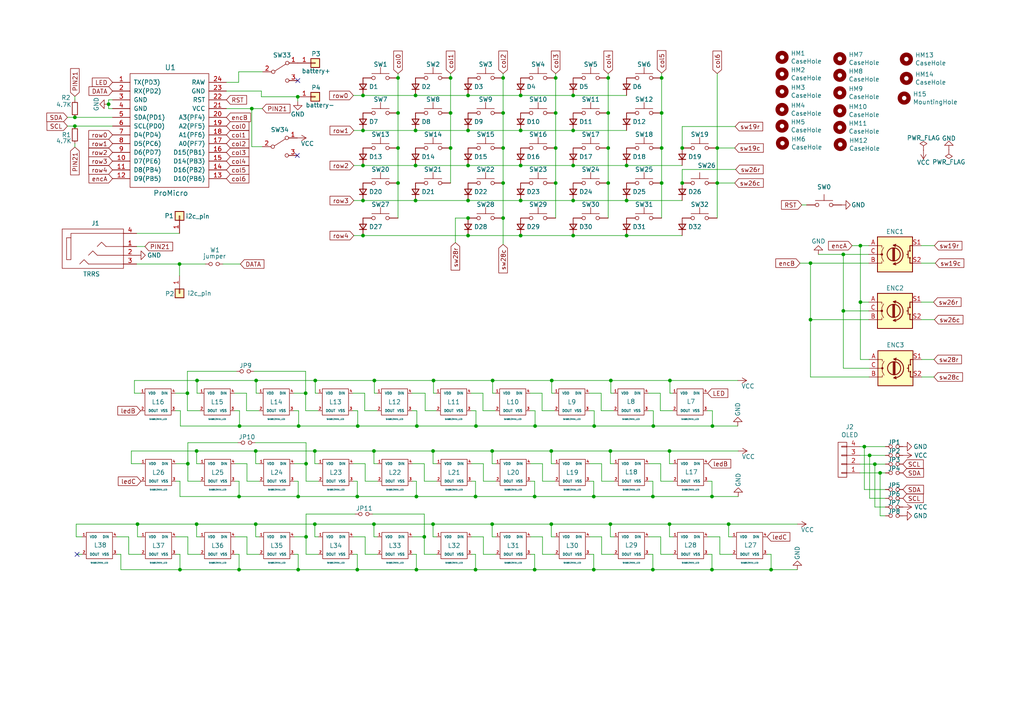
<source format=kicad_sch>
(kicad_sch (version 20211123) (generator eeschema)
  (paper "A4")
  (junction (at 86.487 165.227))
  (junction (at 250.698 129.54))
  (junction (at 138.049 123.571))
  (junction (at 108.585 110.363))
  (junction (at 208.026 42.926))
  (junction (at 176.403 53.086))
  (junction (at 244.602 73.787))
  (junction (at 166.243 37.846))
  (junction (at 223.647 165.227))
  (junction (at 74.168 152.019))
  (junction (at 172.339 123.571))
  (junction (at 86.36 28.067))
  (junction (at 181.737 68.326))
  (junction (at 135.763 48.006))
  (junction (at 176.403 32.766))
  (junction (at 177.038 152.019))
  (junction (at 57.023 152.019))
  (junction (at 191.897 53.086))
  (junction (at 249.555 71.247))
  (junction (at 91.44 110.363))
  (junction (at 74.168 130.81))
  (junction (at 155.194 123.571))
  (junction (at 103.632 165.227))
  (junction (at 69.342 165.227))
  (junction (at 194.183 152.019))
  (junction (at 21.717 34.036))
  (junction (at 69.342 144.018))
  (junction (at 135.763 27.686))
  (junction (at 103.632 144.018))
  (junction (at 88.773 155.702))
  (junction (at 145.923 42.926))
  (junction (at 191.897 22.606))
  (junction (at 253.746 134.62))
  (junction (at 145.923 63.246))
  (junction (at 161.163 53.086))
  (junction (at 181.737 48.006))
  (junction (at 73.025 31.496))
  (junction (at 151.003 58.166))
  (junction (at 208.026 53.086))
  (junction (at 130.683 42.926))
  (junction (at 145.923 53.086))
  (junction (at 197.866 53.086))
  (junction (at 108.458 152.019))
  (junction (at 74.295 110.363))
  (junction (at 194.183 130.81))
  (junction (at 105.283 68.326))
  (junction (at 31.496 30.226))
  (junction (at 176.403 42.926))
  (junction (at 172.212 144.018))
  (junction (at 52.07 76.581))
  (junction (at 159.893 130.81))
  (junction (at 120.777 165.227))
  (junction (at 130.683 22.606))
  (junction (at 166.243 58.166))
  (junction (at 125.603 152.019))
  (junction (at 130.683 32.766))
  (junction (at 176.403 22.606))
  (junction (at 255.27 137.16))
  (junction (at 21.717 36.576))
  (junction (at 151.003 27.686))
  (junction (at 115.443 42.926))
  (junction (at 105.283 27.686))
  (junction (at 105.283 58.166))
  (junction (at 135.763 63.246))
  (junction (at 52.197 165.227))
  (junction (at 166.243 27.686))
  (junction (at 142.748 130.81))
  (junction (at 91.313 152.019))
  (junction (at 57.15 110.363))
  (junction (at 125.73 110.363))
  (junction (at 115.443 22.606))
  (junction (at 151.003 37.846))
  (junction (at 137.922 165.227))
  (junction (at 69.469 123.571))
  (junction (at 120.777 144.018))
  (junction (at 142.748 152.019))
  (junction (at 166.243 68.326))
  (junction (at 54.483 134.493))
  (junction (at 249.555 87.63))
  (junction (at 155.067 144.018))
  (junction (at 88.773 134.493))
  (junction (at 155.067 165.227))
  (junction (at 211.328 152.019))
  (junction (at 206.629 123.571))
  (junction (at 120.904 123.571))
  (junction (at 197.866 42.926))
  (junction (at 142.875 110.363))
  (junction (at 120.523 48.006))
  (junction (at 172.212 165.227))
  (junction (at 145.923 22.606))
  (junction (at 235.077 92.71))
  (junction (at 135.763 37.846))
  (junction (at 177.165 110.363))
  (junction (at 181.737 58.166))
  (junction (at 145.923 32.766))
  (junction (at 54.356 114.046))
  (junction (at 252.222 132.08))
  (junction (at 189.357 165.227))
  (junction (at 191.897 42.926))
  (junction (at 166.243 48.006))
  (junction (at 161.163 42.926))
  (junction (at 194.31 110.363))
  (junction (at 161.163 22.606))
  (junction (at 177.038 130.81))
  (junction (at 108.458 130.81))
  (junction (at 189.357 144.018))
  (junction (at 105.283 48.006))
  (junction (at 137.922 144.018))
  (junction (at 135.763 58.166))
  (junction (at 115.443 32.766))
  (junction (at 120.523 58.166))
  (junction (at 161.163 32.766))
  (junction (at 91.313 130.81))
  (junction (at 88.646 114.046))
  (junction (at 105.283 37.846))
  (junction (at 115.443 53.086))
  (junction (at 235.077 76.327))
  (junction (at 120.523 27.686))
  (junction (at 86.487 144.018))
  (junction (at 103.759 123.571))
  (junction (at 151.003 68.326))
  (junction (at 206.502 165.227))
  (junction (at 125.603 130.81))
  (junction (at 120.523 37.846))
  (junction (at 159.893 152.019))
  (junction (at 206.502 144.018))
  (junction (at 191.897 32.766))
  (junction (at 151.003 48.006))
  (junction (at 160.02 110.363))
  (junction (at 86.614 123.571))
  (junction (at 39.878 152.019))
  (junction (at 244.602 90.17))
  (junction (at 123.063 155.702))
  (junction (at 57.023 130.81))
  (junction (at 135.763 68.326))
  (junction (at 189.484 123.571))
  (no_connect (at 22.352 160.782))
  (no_connect (at 86.233 45.085))
  (no_connect (at 86.36 23.368))
  (wire (pts (xy 174.371 114.046) (xy 170.942 114.046)))
  (wire (pts (xy 88.773 139.573) (xy 88.773 134.493)))
  (wire (pts (xy 115.443 21.336) (xy 115.443 22.606)))
  (wire (pts (xy 252.095 104.267) (xy 249.555 104.267)))
  (wire (pts (xy 105.283 68.326) (xy 102.616 68.326)))
  (wire (pts (xy 223.647 160.782) (xy 223.647 165.227)))
  (wire (pts (xy 206.629 123.571) (xy 213.995 123.571)))
  (wire (pts (xy 120.777 144.018) (xy 137.922 144.018)))
  (wire (pts (xy 195.072 114.046) (xy 194.31 114.046)))
  (wire (pts (xy 109.474 160.782) (xy 105.918 160.782)))
  (wire (pts (xy 235.077 109.347) (xy 235.077 92.71)))
  (wire (pts (xy 123.317 119.126) (xy 123.317 114.046)))
  (wire (pts (xy 105.918 139.573) (xy 105.918 134.493)))
  (wire (pts (xy 91.313 134.493) (xy 91.313 130.81)))
  (wire (pts (xy 123.063 139.573) (xy 123.063 134.493)))
  (wire (pts (xy 159.893 152.019) (xy 177.038 152.019)))
  (wire (pts (xy 69.469 123.571) (xy 86.614 123.571)))
  (wire (pts (xy 205.359 139.573) (xy 206.502 139.573)))
  (wire (pts (xy 74.168 155.702) (xy 74.168 152.019)))
  (wire (pts (xy 145.923 32.766) (xy 145.923 22.606)))
  (wire (pts (xy 197.866 42.926) (xy 197.866 36.703)))
  (wire (pts (xy 160.909 160.782) (xy 157.353 160.782)))
  (wire (pts (xy 130.683 42.926) (xy 130.683 53.086)))
  (wire (pts (xy 157.353 134.493) (xy 153.924 134.493)))
  (wire (pts (xy 119.507 119.126) (xy 120.904 119.126)))
  (wire (pts (xy 109.474 139.573) (xy 105.918 139.573)))
  (wire (pts (xy 126.492 119.126) (xy 123.317 119.126)))
  (wire (pts (xy 57.023 130.81) (xy 38.1 130.81)))
  (wire (pts (xy 68.199 160.782) (xy 69.342 160.782)))
  (wire (pts (xy 85.217 119.126) (xy 86.614 119.126)))
  (wire (pts (xy 86.614 119.126) (xy 86.614 123.571)))
  (wire (pts (xy 57.15 110.363) (xy 38.989 110.363)))
  (wire (pts (xy 69.342 144.018) (xy 86.487 144.018)))
  (wire (pts (xy 126.619 160.782) (xy 123.063 160.782)))
  (wire (pts (xy 157.353 155.702) (xy 153.924 155.702)))
  (wire (pts (xy 58.039 134.493) (xy 57.023 134.493)))
  (wire (pts (xy 105.283 37.846) (xy 102.616 37.846)))
  (wire (pts (xy 174.498 139.573) (xy 174.498 134.493)))
  (wire (pts (xy 54.483 128.397) (xy 54.483 134.493)))
  (wire (pts (xy 155.067 165.227) (xy 172.212 165.227)))
  (wire (pts (xy 92.329 160.782) (xy 88.773 160.782)))
  (wire (pts (xy 138.049 123.571) (xy 155.194 123.571)))
  (wire (pts (xy 73.66 107.696) (xy 88.646 107.696)))
  (wire (pts (xy 92.329 134.493) (xy 91.313 134.493)))
  (wire (pts (xy 86.36 28.067) (xy 86.36 29.337)))
  (wire (pts (xy 91.313 130.81) (xy 108.458 130.81)))
  (wire (pts (xy 71.628 160.782) (xy 71.628 155.702)))
  (wire (pts (xy 181.737 58.166) (xy 197.866 58.166)))
  (wire (pts (xy 153.924 160.782) (xy 155.067 160.782)))
  (wire (pts (xy 194.31 110.363) (xy 213.995 110.363)))
  (wire (pts (xy 120.777 165.227) (xy 137.922 165.227)))
  (wire (pts (xy 88.646 114.046) (xy 85.217 114.046)))
  (wire (pts (xy 145.923 53.086) (xy 145.923 63.246)))
  (wire (pts (xy 235.077 76.327) (xy 232.029 76.327)))
  (wire (pts (xy 115.443 32.766) (xy 115.443 42.926)))
  (wire (pts (xy 195.199 160.782) (xy 191.643 160.782)))
  (wire (pts (xy 170.942 119.126) (xy 172.339 119.126)))
  (wire (pts (xy 151.003 37.846) (xy 166.243 37.846)))
  (wire (pts (xy 191.516 114.046) (xy 188.087 114.046)))
  (wire (pts (xy 119.634 139.573) (xy 120.777 139.573)))
  (wire (pts (xy 31.496 31.496) (xy 32.639 31.496)))
  (wire (pts (xy 136.779 160.782) (xy 137.922 160.782)))
  (wire (pts (xy 51.054 139.573) (xy 52.197 139.573)))
  (wire (pts (xy 73.025 42.545) (xy 73.025 31.496)))
  (wire (pts (xy 126.492 114.046) (xy 125.73 114.046)))
  (wire (pts (xy 58.039 155.702) (xy 57.023 155.702)))
  (wire (pts (xy 54.483 155.702) (xy 51.054 155.702)))
  (wire (pts (xy 161.163 21.336) (xy 161.163 22.606)))
  (wire (pts (xy 57.023 130.81) (xy 74.168 130.81)))
  (wire (pts (xy 68.58 107.696) (xy 54.356 107.696)))
  (wire (pts (xy 51.054 160.782) (xy 52.197 160.782)))
  (wire (pts (xy 155.067 144.018) (xy 172.212 144.018)))
  (wire (pts (xy 69.469 119.126) (xy 69.469 123.571)))
  (wire (pts (xy 189.357 139.573) (xy 189.357 144.018)))
  (wire (pts (xy 130.683 22.606) (xy 130.683 32.766)))
  (wire (pts (xy 251.968 90.17) (xy 244.602 90.17)))
  (wire (pts (xy 140.208 160.782) (xy 140.208 155.702)))
  (wire (pts (xy 102.362 119.126) (xy 103.759 119.126)))
  (wire (pts (xy 191.643 139.573) (xy 191.643 134.493)))
  (wire (pts (xy 115.443 53.086) (xy 115.443 63.246)))
  (wire (pts (xy 253.746 134.62) (xy 256.794 134.62)))
  (wire (pts (xy 176.403 63.246) (xy 176.403 53.086)))
  (wire (pts (xy 85.344 139.573) (xy 86.487 139.573)))
  (wire (pts (xy 54.483 139.573) (xy 54.483 134.493)))
  (wire (pts (xy 105.918 134.493) (xy 102.489 134.493)))
  (wire (pts (xy 160.909 139.573) (xy 157.353 139.573)))
  (wire (pts (xy 157.226 114.046) (xy 153.797 114.046)))
  (wire (pts (xy 73.025 31.496) (xy 76.073 31.496)))
  (wire (pts (xy 174.498 134.493) (xy 171.069 134.493)))
  (wire (pts (xy 211.328 155.702) (xy 211.328 152.019)))
  (wire (pts (xy 267.208 76.327) (xy 271.272 76.327)))
  (wire (pts (xy 57.023 152.019) (xy 74.168 152.019)))
  (wire (pts (xy 39.624 76.581) (xy 52.07 76.581)))
  (wire (pts (xy 54.483 160.782) (xy 54.483 155.702)))
  (wire (pts (xy 189.357 144.018) (xy 206.502 144.018)))
  (wire (pts (xy 69.215 23.876) (xy 65.659 23.876)))
  (wire (pts (xy 188.087 119.126) (xy 189.484 119.126)))
  (wire (pts (xy 39.878 152.019) (xy 57.023 152.019)))
  (wire (pts (xy 135.763 68.326) (xy 151.003 68.326)))
  (wire (pts (xy 166.243 37.846) (xy 181.737 37.846)))
  (wire (pts (xy 105.283 68.326) (xy 135.763 68.326)))
  (wire (pts (xy 76.2 20.828) (xy 69.215 20.828)))
  (wire (pts (xy 88.646 114.046) (xy 88.646 107.696)))
  (wire (pts (xy 103.632 165.227) (xy 120.777 165.227)))
  (wire (pts (xy 143.764 155.702) (xy 142.748 155.702)))
  (wire (pts (xy 140.081 119.126) (xy 140.081 114.046)))
  (wire (pts (xy 136.779 139.573) (xy 137.922 139.573)))
  (wire (pts (xy 39.624 71.501) (xy 42.037 71.501)))
  (wire (pts (xy 69.342 165.227) (xy 86.487 165.227)))
  (wire (pts (xy 75.819 28.067) (xy 75.819 26.416)))
  (wire (pts (xy 151.003 27.686) (xy 166.243 27.686)))
  (wire (pts (xy 159.893 155.702) (xy 159.893 152.019)))
  (wire (pts (xy 105.283 48.006) (xy 102.616 48.006)))
  (wire (pts (xy 153.924 139.573) (xy 155.067 139.573)))
  (wire (pts (xy 143.637 119.126) (xy 140.081 119.126)))
  (wire (pts (xy 52.07 76.581) (xy 59.563 76.581)))
  (wire (pts (xy 123.063 134.493) (xy 119.634 134.493)))
  (wire (pts (xy 189.484 123.571) (xy 206.629 123.571)))
  (wire (pts (xy 105.791 114.046) (xy 102.362 114.046)))
  (wire (pts (xy 172.212 165.227) (xy 189.357 165.227)))
  (wire (pts (xy 249.428 129.54) (xy 250.698 129.54)))
  (wire (pts (xy 103.759 123.571) (xy 120.904 123.571)))
  (wire (pts (xy 140.208 139.573) (xy 140.208 134.493)))
  (wire (pts (xy 174.498 155.702) (xy 171.069 155.702)))
  (wire (pts (xy 178.054 139.573) (xy 174.498 139.573)))
  (wire (pts (xy 86.487 144.018) (xy 103.632 144.018)))
  (wire (pts (xy 255.27 149.606) (xy 255.27 137.16)))
  (wire (pts (xy 174.371 119.126) (xy 174.371 114.046)))
  (wire (pts (xy 68.961 128.397) (xy 54.483 128.397)))
  (wire (pts (xy 91.313 152.019) (xy 108.458 152.019)))
  (wire (pts (xy 102.997 149.098) (xy 88.773 149.098)))
  (wire (pts (xy 85.344 160.782) (xy 86.487 160.782)))
  (wire (pts (xy 92.329 139.573) (xy 88.773 139.573)))
  (wire (pts (xy 108.458 152.019) (xy 125.603 152.019)))
  (wire (pts (xy 208.026 42.926) (xy 213.106 42.926)))
  (wire (pts (xy 109.474 134.493) (xy 108.458 134.493)))
  (wire (pts (xy 166.243 27.686) (xy 181.737 27.686)))
  (wire (pts (xy 68.199 139.573) (xy 69.342 139.573)))
  (wire (pts (xy 102.489 160.782) (xy 103.632 160.782)))
  (wire (pts (xy 253.746 147.066) (xy 256.794 147.066)))
  (wire (pts (xy 191.897 53.086) (xy 191.897 63.246)))
  (wire (pts (xy 37.338 155.702) (xy 33.909 155.702)))
  (wire (pts (xy 109.347 114.046) (xy 108.585 114.046)))
  (wire (pts (xy 120.777 160.782) (xy 120.777 165.227)))
  (wire (pts (xy 251.968 87.63) (xy 249.555 87.63)))
  (wire (pts (xy 160.782 119.126) (xy 157.226 119.126)))
  (wire (pts (xy 142.748 130.81) (xy 159.893 130.81)))
  (wire (pts (xy 143.764 160.782) (xy 140.208 160.782)))
  (wire (pts (xy 126.619 139.573) (xy 123.063 139.573)))
  (wire (pts (xy 191.897 32.766) (xy 191.897 42.926)))
  (wire (pts (xy 244.602 106.807) (xy 244.602 90.17)))
  (wire (pts (xy 74.168 134.493) (xy 74.168 130.81)))
  (wire (pts (xy 177.038 152.019) (xy 194.183 152.019)))
  (wire (pts (xy 171.069 160.782) (xy 172.212 160.782)))
  (wire (pts (xy 88.773 134.493) (xy 88.773 128.397)))
  (wire (pts (xy 39.878 152.019) (xy 22.098 152.019)))
  (wire (pts (xy 267.335 104.267) (xy 270.891 104.267)))
  (wire (pts (xy 181.737 48.006) (xy 197.866 48.006)))
  (wire (pts (xy 135.763 58.166) (xy 151.003 58.166)))
  (wire (pts (xy 38.1 130.81) (xy 38.1 134.493)))
  (wire (pts (xy 151.003 68.326) (xy 166.243 68.326)))
  (wire (pts (xy 143.764 139.573) (xy 140.208 139.573)))
  (wire (pts (xy 39.878 155.702) (xy 39.878 152.019)))
  (wire (pts (xy 86.614 123.571) (xy 103.759 123.571)))
  (wire (pts (xy 57.023 155.702) (xy 57.023 152.019)))
  (wire (pts (xy 120.904 119.126) (xy 120.904 123.571)))
  (wire (pts (xy 191.897 42.926) (xy 191.897 53.086)))
  (wire (pts (xy 92.329 155.702) (xy 91.313 155.702)))
  (wire (pts (xy 52.197 165.227) (xy 69.342 165.227)))
  (wire (pts (xy 253.746 147.066) (xy 253.746 134.62)))
  (wire (pts (xy 178.054 134.493) (xy 177.038 134.493)))
  (wire (pts (xy 40.894 160.782) (xy 37.338 160.782)))
  (wire (pts (xy 52.197 144.018) (xy 69.342 144.018)))
  (wire (pts (xy 181.737 68.326) (xy 197.866 68.326)))
  (wire (pts (xy 194.183 134.493) (xy 194.183 130.81)))
  (wire (pts (xy 86.36 28.067) (xy 75.819 28.067)))
  (wire (pts (xy 71.628 134.493) (xy 68.199 134.493)))
  (wire (pts (xy 223.647 165.227) (xy 231.267 165.227)))
  (wire (pts (xy 120.523 58.166) (xy 135.763 58.166)))
  (wire (pts (xy 194.183 130.81) (xy 214.122 130.81)))
  (wire (pts (xy 123.063 155.702) (xy 123.063 149.098)))
  (wire (pts (xy 194.31 114.046) (xy 194.31 110.363)))
  (wire (pts (xy 52.197 139.573) (xy 52.197 144.018)))
  (wire (pts (xy 252.222 144.526) (xy 256.794 144.526)))
  (wire (pts (xy 75.184 160.782) (xy 71.628 160.782)))
  (wire (pts (xy 208.026 21.336) (xy 208.026 42.926)))
  (wire (pts (xy 125.603 152.019) (xy 142.748 152.019)))
  (wire (pts (xy 19.558 34.036) (xy 21.717 34.036)))
  (wire (pts (xy 252.095 106.807) (xy 244.602 106.807)))
  (wire (pts (xy 23.749 155.702) (xy 22.098 155.702)))
  (wire (pts (xy 125.73 110.363) (xy 142.875 110.363)))
  (wire (pts (xy 176.403 21.336) (xy 176.403 22.606)))
  (wire (pts (xy 206.502 144.018) (xy 214.122 144.018)))
  (wire (pts (xy 35.052 165.227) (xy 52.197 165.227)))
  (wire (pts (xy 69.215 20.828) (xy 69.215 23.876)))
  (wire (pts (xy 136.652 119.126) (xy 138.049 119.126)))
  (wire (pts (xy 54.483 134.493) (xy 51.054 134.493)))
  (wire (pts (xy 159.893 134.493) (xy 159.893 130.81)))
  (wire (pts (xy 105.283 58.166) (xy 102.616 58.166)))
  (wire (pts (xy 206.502 139.573) (xy 206.502 144.018)))
  (wire (pts (xy 65.659 26.416) (xy 75.819 26.416)))
  (wire (pts (xy 251.968 71.247) (xy 249.555 71.247)))
  (wire (pts (xy 130.683 21.336) (xy 130.683 22.606)))
  (wire (pts (xy 92.202 119.126) (xy 88.646 119.126)))
  (wire (pts (xy 105.283 58.166) (xy 120.523 58.166)))
  (wire (pts (xy 105.283 27.686) (xy 120.523 27.686)))
  (wire (pts (xy 74.168 130.81) (xy 91.313 130.81)))
  (wire (pts (xy 135.763 48.006) (xy 151.003 48.006)))
  (wire (pts (xy 151.003 48.006) (xy 166.243 48.006)))
  (wire (pts (xy 252.222 144.526) (xy 252.222 132.08)))
  (wire (pts (xy 222.504 160.782) (xy 223.647 160.782)))
  (wire (pts (xy 255.27 137.16) (xy 256.794 137.16)))
  (wire (pts (xy 71.501 119.126) (xy 71.501 114.046)))
  (wire (pts (xy 155.194 123.571) (xy 172.339 123.571)))
  (wire (pts (xy 108.585 114.046) (xy 108.585 110.363)))
  (wire (pts (xy 88.773 149.098) (xy 88.773 155.702)))
  (wire (pts (xy 54.356 114.046) (xy 54.356 107.696)))
  (wire (pts (xy 145.923 21.336) (xy 145.923 22.606)))
  (wire (pts (xy 157.353 160.782) (xy 157.353 155.702)))
  (wire (pts (xy 142.748 134.493) (xy 142.748 130.81)))
  (wire (pts (xy 57.15 114.046) (xy 57.15 110.363)))
  (wire (pts (xy 76.073 42.545) (xy 73.025 42.545)))
  (wire (pts (xy 92.202 114.046) (xy 91.44 114.046)))
  (wire (pts (xy 161.163 53.086) (xy 161.163 42.926)))
  (wire (pts (xy 102.489 139.573) (xy 103.632 139.573)))
  (wire (pts (xy 135.763 27.686) (xy 151.003 27.686)))
  (wire (pts (xy 137.922 144.018) (xy 155.067 144.018)))
  (wire (pts (xy 103.759 119.126) (xy 103.759 123.571)))
  (wire (pts (xy 235.077 109.347) (xy 252.095 109.347)))
  (wire (pts (xy 108.458 130.81) (xy 125.603 130.81)))
  (wire (pts (xy 120.523 27.686) (xy 135.763 27.686)))
  (wire (pts (xy 172.212 160.782) (xy 172.212 165.227)))
  (wire (pts (xy 143.764 134.493) (xy 142.748 134.493)))
  (wire (pts (xy 75.057 114.046) (xy 74.295 114.046)))
  (wire (pts (xy 177.038 134.493) (xy 177.038 130.81)))
  (wire (pts (xy 255.27 149.606) (xy 256.794 149.606)))
  (wire (pts (xy 125.603 155.702) (xy 125.603 152.019)))
  (wire (pts (xy 176.403 53.086) (xy 176.403 42.926)))
  (wire (pts (xy 208.026 42.926) (xy 208.026 53.086)))
  (wire (pts (xy 177.927 119.126) (xy 174.371 119.126)))
  (wire (pts (xy 137.922 160.782) (xy 137.922 165.227)))
  (wire (pts (xy 57.023 134.493) (xy 57.023 130.81)))
  (wire (pts (xy 267.335 109.347) (xy 270.891 109.347)))
  (wire (pts (xy 119.634 160.782) (xy 120.777 160.782)))
  (wire (pts (xy 69.342 139.573) (xy 69.342 144.018)))
  (wire (pts (xy 91.44 114.046) (xy 91.44 110.363)))
  (wire (pts (xy 75.057 119.126) (xy 71.501 119.126)))
  (wire (pts (xy 91.313 155.702) (xy 91.313 152.019)))
  (wire (pts (xy 103.632 144.018) (xy 120.777 144.018)))
  (wire (pts (xy 177.927 114.046) (xy 177.165 114.046)))
  (wire (pts (xy 74.041 128.397) (xy 88.773 128.397)))
  (wire (pts (xy 142.748 152.019) (xy 159.893 152.019)))
  (wire (pts (xy 208.788 160.782) (xy 208.788 155.702)))
  (wire (pts (xy 108.458 155.702) (xy 108.458 152.019)))
  (wire (pts (xy 75.184 139.573) (xy 71.628 139.573)))
  (wire (pts (xy 105.918 160.782) (xy 105.918 155.702)))
  (wire (pts (xy 105.918 155.702) (xy 102.489 155.702)))
  (wire (pts (xy 235.077 76.327) (xy 251.968 76.327)))
  (wire (pts (xy 142.748 155.702) (xy 142.748 152.019)))
  (wire (pts (xy 123.063 160.782) (xy 123.063 155.702)))
  (wire (pts (xy 52.197 160.782) (xy 52.197 165.227)))
  (wire (pts (xy 208.788 155.702) (xy 205.359 155.702)))
  (wire (pts (xy 88.646 119.126) (xy 88.646 114.046)))
  (wire (pts (xy 235.077 92.71) (xy 235.077 76.327)))
  (wire (pts (xy 140.208 155.702) (xy 136.779 155.702)))
  (wire (pts (xy 251.968 73.787) (xy 244.602 73.787)))
  (wire (pts (xy 244.602 73.787) (xy 237.363 73.787)))
  (wire (pts (xy 54.356 114.046) (xy 54.356 119.126)))
  (wire (pts (xy 135.763 37.846) (xy 151.003 37.846)))
  (wire (pts (xy 205.359 160.782) (xy 206.502 160.782)))
  (wire (pts (xy 160.782 114.046) (xy 160.02 114.046)))
  (wire (pts (xy 205.232 119.126) (xy 206.629 119.126)))
  (wire (pts (xy 103.632 160.782) (xy 103.632 165.227)))
  (wire (pts (xy 88.773 160.782) (xy 88.773 155.702)))
  (wire (pts (xy 159.893 130.81) (xy 177.038 130.81)))
  (wire (pts (xy 194.183 152.019) (xy 211.328 152.019)))
  (wire (pts (xy 126.619 155.702) (xy 125.603 155.702)))
  (wire (pts (xy 249.428 137.16) (xy 255.27 137.16)))
  (wire (pts (xy 31.496 30.226) (xy 31.496 31.496)))
  (wire (pts (xy 103.632 139.573) (xy 103.632 144.018)))
  (wire (pts (xy 125.603 134.493) (xy 125.603 130.81)))
  (wire (pts (xy 160.02 110.363) (xy 177.165 110.363)))
  (wire (pts (xy 172.339 123.571) (xy 189.484 123.571)))
  (wire (pts (xy 177.038 130.81) (xy 194.183 130.81)))
  (wire (pts (xy 33.909 160.782) (xy 35.052 160.782)))
  (wire (pts (xy 115.443 22.606) (xy 115.443 32.766)))
  (wire (pts (xy 189.357 165.227) (xy 206.502 165.227)))
  (wire (pts (xy 37.338 160.782) (xy 37.338 155.702)))
  (wire (pts (xy 250.698 141.986) (xy 256.794 141.986)))
  (wire (pts (xy 19.558 36.576) (xy 21.717 36.576)))
  (wire (pts (xy 249.555 104.267) (xy 249.555 87.63)))
  (wire (pts (xy 143.637 114.046) (xy 142.875 114.046)))
  (wire (pts (xy 109.347 119.126) (xy 105.791 119.126)))
  (wire (pts (xy 178.054 155.702) (xy 177.038 155.702)))
  (wire (pts (xy 177.165 114.046) (xy 177.165 110.363)))
  (wire (pts (xy 21.717 34.036) (xy 32.639 34.036)))
  (wire (pts (xy 250.698 129.54) (xy 256.794 129.54)))
  (wire (pts (xy 71.628 139.573) (xy 71.628 134.493)))
  (wire (pts (xy 155.067 139.573) (xy 155.067 144.018)))
  (wire (pts (xy 57.912 114.046) (xy 57.15 114.046)))
  (wire (pts (xy 137.922 139.573) (xy 137.922 144.018)))
  (wire (pts (xy 161.163 42.926) (xy 161.163 32.766)))
  (wire (pts (xy 153.797 119.126) (xy 155.194 119.126)))
  (wire (pts (xy 140.081 114.046) (xy 136.652 114.046)))
  (wire (pts (xy 74.295 114.046) (xy 74.295 110.363)))
  (wire (pts (xy 151.003 58.166) (xy 166.243 58.166)))
  (wire (pts (xy 35.052 160.782) (xy 35.052 165.227)))
  (wire (pts (xy 160.909 155.702) (xy 159.893 155.702)))
  (wire (pts (xy 208.026 53.086) (xy 213.106 53.086)))
  (wire (pts (xy 191.643 155.702) (xy 188.214 155.702)))
  (wire (pts (xy 171.069 139.573) (xy 172.212 139.573)))
  (wire (pts (xy 75.184 134.493) (xy 74.168 134.493)))
  (wire (pts (xy 177.038 155.702) (xy 177.038 152.019)))
  (wire (pts (xy 31.496 28.956) (xy 31.496 30.226)))
  (wire (pts (xy 140.208 134.493) (xy 136.779 134.493)))
  (wire (pts (xy 252.222 132.08) (xy 256.794 132.08)))
  (wire (pts (xy 120.904 123.571) (xy 138.049 123.571)))
  (wire (pts (xy 249.428 134.62) (xy 253.746 134.62)))
  (wire (pts (xy 69.342 160.782) (xy 69.342 165.227)))
  (wire (pts (xy 197.866 53.086) (xy 197.866 49.149)))
  (wire (pts (xy 166.243 48.006) (xy 181.737 48.006)))
  (wire (pts (xy 74.168 152.019) (xy 91.313 152.019)))
  (wire (pts (xy 50.927 119.126) (xy 52.324 119.126)))
  (wire (pts (xy 71.501 114.046) (xy 68.072 114.046)))
  (wire (pts (xy 176.403 42.926) (xy 176.403 32.766)))
  (wire (pts (xy 157.353 139.573) (xy 157.353 134.493)))
  (wire (pts (xy 191.897 22.606) (xy 191.897 32.766)))
  (wire (pts (xy 120.777 139.573) (xy 120.777 144.018)))
  (wire (pts (xy 86.487 165.227) (xy 103.632 165.227)))
  (wire (pts (xy 166.243 68.326) (xy 181.737 68.326)))
  (wire (pts (xy 172.339 119.126) (xy 172.339 123.571)))
  (wire (pts (xy 145.923 53.086) (xy 145.923 42.926)))
  (wire (pts (xy 157.226 119.126) (xy 157.226 114.046)))
  (wire (pts (xy 145.923 42.926) (xy 145.923 32.766)))
  (wire (pts (xy 105.283 27.686) (xy 102.489 27.686)))
  (wire (pts (xy 57.912 119.126) (xy 54.356 119.126)))
  (wire (pts (xy 188.214 139.573) (xy 189.357 139.573)))
  (wire (pts (xy 172.212 144.018) (xy 189.357 144.018)))
  (wire (pts (xy 123.063 155.702) (xy 119.634 155.702)))
  (wire (pts (xy 197.866 49.149) (xy 213.36 49.149)))
  (wire (pts (xy 108.458 134.493) (xy 108.458 130.81)))
  (wire (pts (xy 108.077 149.098) (xy 123.063 149.098)))
  (wire (pts (xy 161.163 63.246) (xy 161.163 53.086)))
  (wire (pts (xy 88.773 134.493) (xy 85.344 134.493)))
  (wire (pts (xy 22.352 160.782) (xy 23.749 160.782)))
  (wire (pts (xy 68.072 119.126) (xy 69.469 119.126)))
  (wire (pts (xy 58.039 160.782) (xy 54.483 160.782)))
  (wire (pts (xy 235.077 92.71) (xy 251.968 92.71)))
  (wire (pts (xy 172.212 139.573) (xy 172.212 144.018)))
  (wire (pts (xy 54.356 114.046) (xy 50.927 114.046)))
  (wire (pts (xy 120.523 37.846) (xy 135.763 37.846)))
  (wire (pts (xy 206.502 160.782) (xy 206.502 165.227)))
  (wire (pts (xy 39.624 67.691) (xy 52.07 67.691)))
  (wire (pts (xy 132.08 63.246) (xy 132.08 70.358)))
  (wire (pts (xy 91.44 110.363) (xy 108.585 110.363)))
  (wire (pts (xy 137.922 165.227) (xy 155.067 165.227)))
  (wire (pts (xy 142.875 110.363) (xy 160.02 110.363)))
  (wire (pts (xy 105.791 119.126) (xy 105.791 114.046)))
  (wire (pts (xy 138.049 119.126) (xy 138.049 123.571)))
  (wire (pts (xy 86.487 160.782) (xy 86.487 165.227)))
  (wire (pts (xy 142.875 114.046) (xy 142.875 110.363)))
  (wire (pts (xy 132.08 63.246) (xy 135.763 63.246)))
  (wire (pts (xy 160.02 114.046) (xy 160.02 110.363)))
  (wire (pts (xy 195.199 134.493) (xy 194.183 134.493)))
  (wire (pts (xy 88.773 155.702) (xy 85.344 155.702)))
  (wire (pts (xy 206.502 165.227) (xy 223.647 165.227)))
  (wire (pts (xy 195.199 155.702) (xy 194.183 155.702)))
  (wire (pts (xy 267.208 71.247) (xy 271.018 71.247)))
  (wire (pts (xy 191.643 160.782) (xy 191.643 155.702)))
  (wire (pts (xy 189.484 119.126) (xy 189.484 123.571)))
  (wire (pts (xy 86.487 139.573) (xy 86.487 144.018)))
  (wire (pts (xy 120.523 48.006) (xy 135.763 48.006)))
  (wire (pts (xy 249.555 87.63) (xy 249.555 71.247)))
  (wire (pts (xy 155.067 160.782) (xy 155.067 165.227)))
  (wire (pts (xy 21.717 42.672) (xy 21.717 41.656)))
  (wire (pts (xy 232.537 59.436) (xy 233.934 59.436)))
  (wire (pts (xy 105.283 37.846) (xy 120.523 37.846)))
  (wire (pts (xy 115.443 53.086) (xy 115.443 42.926)))
  (wire (pts (xy 74.295 110.363) (xy 91.44 110.363)))
  (wire (pts (xy 125.73 114.046) (xy 125.73 110.363)))
  (wire (pts (xy 108.585 110.363) (xy 125.73 110.363)))
  (wire (pts (xy 38.989 114.046) (xy 40.767 114.046)))
  (wire (pts (xy 177.165 110.363) (xy 194.31 110.363)))
  (wire (pts (xy 197.866 36.703) (xy 213.233 36.703)))
  (wire (pts (xy 174.498 160.782) (xy 174.498 155.702)))
  (wire (pts (xy 40.894 155.702) (xy 39.878 155.702)))
  (wire (pts (xy 52.324 119.126) (xy 52.324 123.571)))
  (wire (pts (xy 249.428 132.08) (xy 252.222 132.08)))
  (wire (pts (xy 250.698 141.986) (xy 250.698 129.54)))
  (wire (pts (xy 109.474 155.702) (xy 108.458 155.702)))
  (wire (pts (xy 57.15 110.363) (xy 74.295 110.363)))
  (wire (pts (xy 191.897 21.209) (xy 191.897 22.606)))
  (wire (pts (xy 161.163 32.766) (xy 161.163 22.606)))
  (wire (pts (xy 176.403 22.606) (xy 176.403 32.766)))
  (wire (pts (xy 166.243 58.166) (xy 181.737 58.166)))
  (wire (pts (xy 64.643 76.581) (xy 69.723 76.581)))
  (wire (pts (xy 65.659 31.496) (xy 73.025 31.496)))
  (wire (pts (xy 178.054 160.782) (xy 174.498 160.782)))
  (wire (pts (xy 267.208 92.71) (xy 271.018 92.71)))
  (wire (pts (xy 212.344 155.702) (xy 211.328 155.702)))
  (wire (pts (xy 125.603 130.81) (xy 142.748 130.81)))
  (wire (pts (xy 206.629 119.126) (xy 206.629 123.571)))
  (wire (pts (xy 244.602 90.17) (xy 244.602 73.787)))
  (wire (pts (xy 208.026 53.086) (xy 208.026 63.246)))
  (wire (pts (xy 145.923 63.246) (xy 145.923 70.866)))
  (wire (pts (xy 38.989 110.363) (xy 38.989 114.046)))
  (wire (pts (xy 212.344 160.782) (xy 208.788 160.782)))
  (wire (pts (xy 155.194 119.126) (xy 155.194 123.571)))
  (wire (pts (xy 188.214 160.782) (xy 189.357 160.782)))
  (wire (pts (xy 71.628 155.702) (xy 68.199 155.702)))
  (wire (pts (xy 38.1 134.493) (xy 40.894 134.493)))
  (wire (pts (xy 52.324 123.571) (xy 69.469 123.571)))
  (wire (pts (xy 22.098 152.019) (xy 22.098 155.702)))
  (wire (pts (xy 195.199 139.573) (xy 191.643 139.573)))
  (wire (pts (xy 189.357 160.782) (xy 189.357 165.227)))
  (wire (pts (xy 21.717 36.576) (xy 32.639 36.576)))
  (wire (pts (xy 75.184 155.702) (xy 74.168 155.702)))
  (wire (pts (xy 21.717 27.94) (xy 21.717 28.956)))
  (wire (pts (xy 249.555 71.247) (xy 247.142 71.247)))
  (wire (pts (xy 191.516 119.126) (xy 191.516 114.046)))
  (wire (pts (xy 58.039 139.573) (xy 54.483 139.573)))
  (wire (pts (xy 32.639 28.956) (xy 31.496 28.956)))
  (wire (pts (xy 195.072 119.126) (xy 191.516 119.126)))
  (wire (pts (xy 52.07 80.01) (xy 52.07 76.581)))
  (wire (pts (xy 160.909 134.493) (xy 159.893 134.493)))
  (wire (pts (xy 105.283 48.006) (xy 120.523 48.006)))
  (wire (pts (xy 194.183 155.702) (xy 194.183 152.019)))
  (wire (pts (xy 211.328 152.019) (xy 231.267 152.019)))
  (wire (pts (xy 126.619 134.493) (xy 125.603 134.493)))
  (wire (pts (xy 267.208 87.63) (xy 270.764 87.63)))
  (wire (pts (xy 123.317 114.046) (xy 119.507 114.046)))
  (wire (pts (xy 130.683 32.766) (xy 130.683 42.926)))
  (wire (pts (xy 191.643 134.493) (xy 188.214 134.493)))
  (global_label "SDA" (shape input) (at 19.558 34.036 180) (property "Intersheet References" "${INTERSHEET_REFS}" (effects hide)))
  (global_label "row4" (shape input) (at 32.639 49.276 180) (property "Intersheet References" "${INTERSHEET_REFS}" (effects hide)))
  (global_label "col6" (shape input) (at 65.659 51.816 0) (property "Intersheet References" "${INTERSHEET_REFS}" (effects hide)))
  (global_label "row0" (shape input) (at 102.489 27.686 180) (property "Intersheet References" "${INTERSHEET_REFS}" (effects hide)))
  (global_label "encB" (shape input) (at 65.659 34.036 0) (property "Intersheet References" "${INTERSHEET_REFS}" (effects hide)))
  (global_label "sw26c" (shape input) (at 213.106 53.086 0) (property "Intersheet References" "${INTERSHEET_REFS}" (effects hide)))
  (global_label "sw26c" (shape input) (at 271.018 92.71 0) (property "Intersheet References" "${INTERSHEET_REFS}" (effects hide)))
  (global_label "sw26r" (shape input) (at 213.36 49.149 0) (property "Intersheet References" "${INTERSHEET_REFS}" (effects hide)))
  (global_label "RST" (shape input) (at 232.537 59.436 180) (property "Intersheet References" "${INTERSHEET_REFS}" (effects hide)))
  (global_label "SCL" (shape input) (at 19.558 36.576 180) (property "Intersheet References" "${INTERSHEET_REFS}" (effects hide)))
  (global_label "PIN21" (shape input) (at 21.717 27.94 90) (property "Intersheet References" "${INTERSHEET_REFS}" (effects hide)))
  (global_label "row3" (shape input) (at 102.616 58.166 180) (property "Intersheet References" "${INTERSHEET_REFS}" (effects hide)))
  (global_label "row2" (shape input) (at 32.639 44.196 180) (property "Intersheet References" "${INTERSHEET_REFS}" (effects hide)))
  (global_label "encB" (shape input) (at 232.029 76.327 180) (property "Intersheet References" "${INTERSHEET_REFS}" (effects hide)))
  (global_label "col3" (shape input) (at 65.659 44.196 0) (property "Intersheet References" "${INTERSHEET_REFS}" (effects hide)))
  (global_label "col4" (shape input) (at 65.659 46.736 0) (property "Intersheet References" "${INTERSHEET_REFS}" (effects hide)))
  (global_label "sw19r" (shape input) (at 213.233 36.703 0) (property "Intersheet References" "${INTERSHEET_REFS}" (effects hide)))
  (global_label "col0" (shape input) (at 65.659 36.576 0) (property "Intersheet References" "${INTERSHEET_REFS}" (effects hide)))
  (global_label "sw28r" (shape input) (at 270.891 104.267 0) (property "Intersheet References" "${INTERSHEET_REFS}" (effects hide)))
  (global_label "PIN21" (shape input) (at 42.037 71.501 0) (property "Intersheet References" "${INTERSHEET_REFS}" (effects hide)))
  (global_label "encA" (shape input) (at 247.142 71.247 180) (property "Intersheet References" "${INTERSHEET_REFS}" (effects hide)))
  (global_label "sw19c" (shape input) (at 271.272 76.327 0) (property "Intersheet References" "${INTERSHEET_REFS}" (effects hide)))
  (global_label "sw28c" (shape input) (at 270.891 109.347 0) (property "Intersheet References" "${INTERSHEET_REFS}" (effects hide)))
  (global_label "DATA" (shape input) (at 32.639 26.416 180) (property "Intersheet References" "${INTERSHEET_REFS}" (effects hide)))
  (global_label "row0" (shape input) (at 32.639 39.116 180) (property "Intersheet References" "${INTERSHEET_REFS}" (effects hide)))
  (global_label "sw28r" (shape input) (at 132.08 70.358 270) (property "Intersheet References" "${INTERSHEET_REFS}" (effects hide)))
  (global_label "row1" (shape input) (at 32.639 41.656 180) (property "Intersheet References" "${INTERSHEET_REFS}" (effects hide)))
  (global_label "sw28c" (shape input) (at 145.923 70.866 270) (property "Intersheet References" "${INTERSHEET_REFS}" (effects hide)))
  (global_label "ledB" (shape input) (at 205.359 134.493 0) (property "Intersheet References" "${INTERSHEET_REFS}" (effects hide)))
  (global_label "col0" (shape input) (at 115.443 21.336 90) (property "Intersheet References" "${INTERSHEET_REFS}" (effects hide)))
  (global_label "col2" (shape input) (at 65.659 41.656 0) (property "Intersheet References" "${INTERSHEET_REFS}" (effects hide)))
  (global_label "col4" (shape input) (at 176.403 21.336 90) (property "Intersheet References" "${INTERSHEET_REFS}" (effects hide)))
  (global_label "row2" (shape input) (at 102.616 48.006 180) (property "Intersheet References" "${INTERSHEET_REFS}" (effects hide)))
  (global_label "LED" (shape input) (at 205.232 114.046 0) (property "Intersheet References" "${INTERSHEET_REFS}" (effects hide)))
  (global_label "sw19r" (shape input) (at 271.018 71.247 0) (property "Intersheet References" "${INTERSHEET_REFS}" (effects hide)))
  (global_label "col1" (shape input) (at 130.683 21.336 90) (property "Intersheet References" "${INTERSHEET_REFS}" (effects hide)))
  (global_label "ledB" (shape input) (at 40.767 119.126 180) (property "Intersheet References" "${INTERSHEET_REFS}" (effects hide)))
  (global_label "encA" (shape input) (at 32.639 51.816 180) (property "Intersheet References" "${INTERSHEET_REFS}" (effects hide)))
  (global_label "SCL" (shape input) (at 261.874 144.526 0) (property "Intersheet References" "${INTERSHEET_REFS}" (effects hide)))
  (global_label "row1" (shape input) (at 102.616 37.846 180) (property "Intersheet References" "${INTERSHEET_REFS}" (effects hide)))
  (global_label "ledC" (shape input) (at 40.894 139.573 180) (property "Intersheet References" "${INTERSHEET_REFS}" (effects hide)))
  (global_label "DATA" (shape input) (at 69.723 76.581 0) (property "Intersheet References" "${INTERSHEET_REFS}" (effects hide)))
  (global_label "col5" (shape input) (at 65.659 49.276 0) (property "Intersheet References" "${INTERSHEET_REFS}" (effects hide)))
  (global_label "col6" (shape input) (at 208.026 21.336 90) (property "Intersheet References" "${INTERSHEET_REFS}" (effects hide)))
  (global_label "row3" (shape input) (at 32.639 46.736 180) (property "Intersheet References" "${INTERSHEET_REFS}" (effects hide)))
  (global_label "ledC" (shape input) (at 222.504 155.702 0) (property "Intersheet References" "${INTERSHEET_REFS}" (effects hide)))
  (global_label "col3" (shape input) (at 161.163 21.336 90) (property "Intersheet References" "${INTERSHEET_REFS}" (effects hide)))
  (global_label "PIN21" (shape input) (at 76.073 31.496 0) (property "Intersheet References" "${INTERSHEET_REFS}" (effects hide)))
  (global_label "col5" (shape input) (at 191.897 21.209 90) (property "Intersheet References" "${INTERSHEET_REFS}" (effects hide)))
  (global_label "sw19c" (shape input) (at 213.106 42.926 0) (property "Intersheet References" "${INTERSHEET_REFS}" (effects hide)))
  (global_label "col1" (shape input) (at 65.659 39.116 0) (property "Intersheet References" "${INTERSHEET_REFS}" (effects hide)))
  (global_label "SCL" (shape input) (at 261.874 134.62 0) (property "Intersheet References" "${INTERSHEET_REFS}" (effects hide)))
  (global_label "RST" (shape input) (at 65.659 28.956 0) (property "Intersheet References" "${INTERSHEET_REFS}" (effects hide)))
  (global_label "SDA" (shape input) (at 261.874 137.16 0) (property "Intersheet References" "${INTERSHEET_REFS}" (effects hide)))
  (global_label "col2" (shape input) (at 145.923 21.336 90) (property "Intersheet References" "${INTERSHEET_REFS}" (effects hide)))
  (global_label "row4" (shape input) (at 102.616 68.326 180) (property "Intersheet References" "${INTERSHEET_REFS}" (effects hide)))
  (global_label "LED" (shape input) (at 32.639 23.876 180) (property "Intersheet References" "${INTERSHEET_REFS}" (effects hide)))
  (global_label "SDA" (shape input) (at 261.874 141.986 0) (property "Intersheet References" "${INTERSHEET_REFS}" (effects hide)))
  (global_label "sw26r" (shape input) (at 270.764 87.63 0) (property "Intersheet References" "${INTERSHEET_REFS}" (effects hide)))
  (global_label "PIN21" (shape input) (at 21.717 42.672 270) (property "Intersheet References" "${INTERSHEET_REFS}" (effects hide)))
  (symbol (lib_id "avalanche-hotswap:ProMicro_2") (at 49.149 37.846 0) (unit 1)
    (property "Reference" "U1" (at 49.403 19.558 0) (effects (font (size 1.524 1.524))))
    (property "Value" "ProMicro" (at 49.53 56.007 0) (effects (font (size 1.524 1.524))))
    (property "Footprint" "used_footprints:ProMicro_rev2" (effects hide))
  )
  (symbol (lib_id "power:GND") (at 86.36 29.337 0) (unit 1)
    (property "Reference" "#PWR06" (effects hide))
    (property "Value" "GND" (at 88.392 33.147 0) (effects (justify right)))
  )
  (symbol (lib_id "power:VCC") (at 86.233 40.005 270) (unit 1)
    (property "Reference" "#PWR07" (effects hide))
    (property "Value" "VCC" (at 87.249 41.656 90) (effects (justify left)))
  )
  (symbol (lib_id "power:GND") (at 31.496 30.226 270) (unit 1)
    (property "Reference" "#PWR05" (effects hide))
    (property "Value" "GND" (at 27.94 32.258 0) (effects (justify right)))
  )
  (symbol (lib_id "power:PWR_FLAG") (at 267.843 43.561 0) (unit 1)
    (property "Reference" "#FLG01" (effects hide))
    (property "Value" "PWR_FLAG" (at 267.843 40.005 0))
  )
  (symbol (lib_id "power:PWR_FLAG") (at 275.209 43.434 180) (unit 1)
    (property "Reference" "#FLG02" (effects hide))
    (property "Value" "PWR_FLAG" (at 275.209 46.99 0))
  )
  (symbol (lib_id "power:GND") (at 275.209 43.434 180) (unit 1)
    (property "Reference" "#PWR010" (effects hide))
    (property "Value" "GND" (at 275.209 40.132 0))
  )
  (symbol (lib_id "power:VCC") (at 267.843 43.561 180) (unit 1)
    (property "Reference" "#PWR09" (effects hide))
    (property "Value" "VCC" (at 267.843 47.117 0))
  )
  (symbol (lib_id "Switch:SW_Push") (at 110.363 22.606 0) (unit 1)
    (property "Reference" "SW1" (at 110.363 18.669 0))
    (property "Value" "SW_Push" (effects hide))
    (property "Footprint" "used_footprints:CherryMX_MidHeight_Hotswap_1u" (effects hide))
  )
  (symbol (lib_id "Switch:SW_Push") (at 125.603 22.606 0) (unit 1)
    (property "Reference" "SW2" (at 125.603 18.669 0))
    (property "Value" "SW_Push" (effects hide))
    (property "Footprint" "used_footprints:CherryMX_MidHeight_Hotswap_1u" (effects hide))
  )
  (symbol (lib_id "Switch:SW_Push") (at 140.843 22.606 0) (unit 1)
    (property "Reference" "SW3" (at 140.843 18.669 0))
    (property "Value" "SW_Push" (effects hide))
    (property "Footprint" "used_footprints:CherryMX_MidHeight_Hotswap_1u" (effects hide))
  )
  (symbol (lib_id "Switch:SW_Push") (at 156.083 22.606 0) (unit 1)
    (property "Reference" "SW4" (at 156.083 18.669 0))
    (property "Value" "SW_Push" (effects hide))
    (property "Footprint" "used_footprints:CherryMX_MidHeight_Hotswap_1u" (effects hide))
  )
  (symbol (lib_id "Switch:SW_Push") (at 171.323 22.606 0) (unit 1)
    (property "Reference" "SW5" (at 171.323 18.669 0))
    (property "Value" "SW_Push" (effects hide))
    (property "Footprint" "used_footprints:CherryMX_MidHeight_Hotswap_1u" (effects hide))
  )
  (symbol (lib_id "Switch:SW_Push") (at 110.363 32.766 0) (unit 1)
    (property "Reference" "SW7" (at 110.363 28.829 0))
    (property "Value" "SW_Push" (effects hide))
    (property "Footprint" "used_footprints:CherryMX_MidHeight_Hotswap_1u" (effects hide))
  )
  (symbol (lib_id "Switch:SW_Push") (at 125.603 32.766 0) (unit 1)
    (property "Reference" "SW8" (at 125.603 28.829 0))
    (property "Value" "SW_Push" (effects hide))
    (property "Footprint" "used_footprints:CherryMX_MidHeight_Hotswap_1u" (effects hide))
  )
  (symbol (lib_id "Switch:SW_Push") (at 140.843 32.766 0) (unit 1)
    (property "Reference" "SW9" (at 140.843 28.829 0))
    (property "Value" "SW_Push" (effects hide))
    (property "Footprint" "used_footprints:CherryMX_MidHeight_Hotswap_1u" (effects hide))
  )
  (symbol (lib_id "Switch:SW_Push") (at 156.083 32.766 0) (unit 1)
    (property "Reference" "SW10" (at 156.083 28.829 0))
    (property "Value" "SW_Push" (effects hide))
    (property "Footprint" "used_footprints:CherryMX_MidHeight_Hotswap_1u" (effects hide))
  )
  (symbol (lib_id "Switch:SW_Push") (at 171.323 32.766 0) (unit 1)
    (property "Reference" "SW11" (at 171.323 28.829 0))
    (property "Value" "SW_Push" (effects hide))
    (property "Footprint" "used_footprints:CherryMX_MidHeight_Hotswap_1u" (effects hide))
  )
  (symbol (lib_id "Switch:SW_Push") (at 110.363 63.246 0) (unit 1)
    (property "Reference" "SW27" (at 110.363 59.309 0))
    (property "Value" "SW_Push" (effects hide))
    (property "Footprint" "used_footprints:CherryMX_MidHeight_Hotswap_1u" (effects hide))
  )
  (symbol (lib_id "Switch:SW_Push") (at 110.363 42.926 0) (unit 1)
    (property "Reference" "SW13" (at 110.363 38.989 0))
    (property "Value" "SW_Push" (effects hide))
    (property "Footprint" "used_footprints:CherryMX_MidHeight_Hotswap_1u" (effects hide))
  )
  (symbol (lib_id "Switch:SW_Push") (at 125.603 42.926 0) (unit 1)
    (property "Reference" "SW14" (at 125.603 38.989 0))
    (property "Value" "SW_Push" (effects hide))
    (property "Footprint" "used_footprints:CherryMX_MidHeight_Hotswap_1u" (effects hide))
  )
  (symbol (lib_id "Switch:SW_Push") (at 140.843 42.926 0) (unit 1)
    (property "Reference" "SW15" (at 140.843 38.989 0))
    (property "Value" "SW_Push" (effects hide))
    (property "Footprint" "used_footprints:CherryMX_MidHeight_Hotswap_1u" (effects hide))
  )
  (symbol (lib_id "Switch:SW_Push") (at 156.083 42.926 0) (unit 1)
    (property "Reference" "SW16" (at 156.083 38.989 0))
    (property "Value" "SW_Push" (effects hide))
    (property "Footprint" "used_footprints:CherryMX_MidHeight_Hotswap_1u" (effects hide))
  )
  (symbol (lib_id "Switch:SW_Push") (at 171.323 42.926 0) (unit 1)
    (property "Reference" "SW17" (at 171.323 38.989 0))
    (property "Value" "SW_Push" (effects hide))
    (property "Footprint" "used_footprints:CherryMX_MidHeight_Hotswap_1u" (effects hide))
  )
  (symbol (lib_id "Switch:SW_Push") (at 110.363 53.086 0) (unit 1)
    (property "Reference" "SW20" (at 110.363 49.149 0))
    (property "Value" "SW_Push" (effects hide))
    (property "Footprint" "used_footprints:CherryMX_MidHeight_Hotswap_1u" (effects hide))
  )
  (symbol (lib_id "Switch:SW_Push") (at 125.603 53.086 0) (unit 1)
    (property "Reference" "SW21" (at 125.603 49.149 0))
    (property "Value" "SW_Push" (effects hide))
    (property "Footprint" "used_footprints:CherryMX_MidHeight_Hotswap_1u" (effects hide))
  )
  (symbol (lib_id "Switch:SW_Push") (at 140.843 53.086 0) (unit 1)
    (property "Reference" "SW22" (at 140.843 49.149 0))
    (property "Value" "SW_Push" (effects hide))
    (property "Footprint" "used_footprints:CherryMX_MidHeight_Hotswap_1u" (effects hide))
  )
  (symbol (lib_id "Switch:SW_Push") (at 156.083 53.086 0) (unit 1)
    (property "Reference" "SW23" (at 156.083 49.149 0))
    (property "Value" "SW_Push" (effects hide))
    (property "Footprint" "used_footprints:CherryMX_MidHeight_Hotswap_1u" (effects hide))
  )
  (symbol (lib_id "Switch:SW_Push") (at 171.323 53.086 0) (unit 1)
    (property "Reference" "SW24" (at 171.323 49.149 0))
    (property "Value" "SW_Push" (effects hide))
    (property "Footprint" "used_footprints:CherryMX_MidHeight_Hotswap_1u" (effects hide))
  )
  (symbol (lib_id "Switch:SW_Push") (at 156.083 63.246 0) (unit 1)
    (property "Reference" "SW29" (at 156.083 59.309 0))
    (property "Value" "SW_Push" (effects hide))
    (property "Footprint" "used_footprints:CherryMX_MidHeight_Hotswap_1u" (effects hide))
  )
  (symbol (lib_id "Switch:SW_Push") (at 171.323 63.246 0) (unit 1)
    (property "Reference" "SW30" (at 171.323 59.309 0))
    (property "Value" "SW_Push" (effects hide))
    (property "Footprint" "used_footprints:CherryMX_MidHeight_Hotswap_1u" (effects hide))
  )
  (symbol (lib_id "Device:D_Small") (at 105.283 25.146 90) (unit 1)
    (property "Reference" "D1" (at 107.0102 25.146 90) (effects (justify right)))
    (property "Value" "1N4148" (effects hide))
    (property "Footprint" "used_footprints:diode_TH_SMD" (effects hide))
  )
  (symbol (lib_id "Device:D_Small") (at 120.523 25.146 90) (unit 1)
    (property "Reference" "D2" (at 122.2502 25.146 90) (effects (justify right)))
    (property "Value" "1N4148" (effects hide))
    (property "Footprint" "used_footprints:diode_TH_SMD" (effects hide))
  )
  (symbol (lib_id "Device:D_Small") (at 135.763 25.146 90) (unit 1)
    (property "Reference" "D3" (at 137.4902 25.146 90) (effects (justify right)))
    (property "Value" "1N4148" (effects hide))
    (property "Footprint" "used_footprints:diode_TH_SMD" (effects hide))
  )
  (symbol (lib_id "Device:D_Small") (at 151.003 25.146 90) (unit 1)
    (property "Reference" "D4" (at 152.7302 25.146 90) (effects (justify right)))
    (property "Value" "1N4148" (effects hide))
    (property "Footprint" "used_footprints:diode_TH_SMD" (effects hide))
  )
  (symbol (lib_id "Device:D_Small") (at 166.243 25.146 90) (unit 1)
    (property "Reference" "D5" (at 167.9702 25.146 90) (effects (justify right)))
    (property "Value" "1N4148" (effects hide))
    (property "Footprint" "used_footprints:diode_TH_SMD" (effects hide))
  )
  (symbol (lib_id "Device:D_Small") (at 105.283 35.306 90) (unit 1)
    (property "Reference" "D7" (at 107.0102 35.306 90) (effects (justify right)))
    (property "Value" "1N4148" (effects hide))
    (property "Footprint" "used_footprints:diode_TH_SMD" (effects hide))
  )
  (symbol (lib_id "Device:D_Small") (at 120.523 35.306 90) (unit 1)
    (property "Reference" "D8" (at 122.2502 35.306 90) (effects (justify right)))
    (property "Value" "1N4148" (effects hide))
    (property "Footprint" "used_footprints:diode_TH_SMD" (effects hide))
  )
  (symbol (lib_id "Device:D_Small") (at 135.763 35.306 90) (unit 1)
    (property "Reference" "D9" (at 137.4902 35.306 90) (effects (justify right)))
    (property "Value" "1N4148" (effects hide))
    (property "Footprint" "used_footprints:diode_TH_SMD" (effects hide))
  )
  (symbol (lib_id "Device:D_Small") (at 151.003 35.306 90) (unit 1)
    (property "Reference" "D10" (at 152.7302 35.306 90) (effects (justify right)))
    (property "Value" "1N4148" (effects hide))
    (property "Footprint" "used_footprints:diode_TH_SMD" (effects hide))
  )
  (symbol (lib_id "Device:D_Small") (at 166.243 35.306 90) (unit 1)
    (property "Reference" "D11" (at 167.9702 35.306 90) (effects (justify right)))
    (property "Value" "1N4148" (effects hide))
    (property "Footprint" "used_footprints:diode_TH_SMD" (effects hide))
  )
  (symbol (lib_id "Device:D_Small") (at 105.283 65.786 90) (unit 1)
    (property "Reference" "D27" (at 107.0102 65.786 90) (effects (justify right)))
    (property "Value" "1N4148" (effects hide))
    (property "Footprint" "used_footprints:diode_TH_SMD" (effects hide))
  )
  (symbol (lib_id "Device:D_Small") (at 105.283 45.466 90) (unit 1)
    (property "Reference" "D13" (at 107.0102 45.466 90) (effects (justify right)))
    (property "Value" "1N4148" (effects hide))
    (property "Footprint" "used_footprints:diode_TH_SMD" (effects hide))
  )
  (symbol (lib_id "Device:D_Small") (at 120.523 45.466 90) (unit 1)
    (property "Reference" "D14" (at 122.2502 45.466 90) (effects (justify right)))
    (property "Value" "1N4148" (effects hide))
    (property "Footprint" "used_footprints:diode_TH_SMD" (effects hide))
  )
  (symbol (lib_id "Device:D_Small") (at 135.763 45.466 90) (unit 1)
    (property "Reference" "D15" (at 137.4902 45.466 90) (effects (justify right)))
    (property "Value" "1N4148" (effects hide))
    (property "Footprint" "used_footprints:diode_TH_SMD" (effects hide))
  )
  (symbol (lib_id "Device:D_Small") (at 151.003 45.466 90) (unit 1)
    (property "Reference" "D16" (at 152.7302 45.466 90) (effects (justify right)))
    (property "Value" "1N4148" (effects hide))
    (property "Footprint" "used_footprints:diode_TH_SMD" (effects hide))
  )
  (symbol (lib_id "Device:D_Small") (at 166.243 45.466 90) (unit 1)
    (property "Reference" "D17" (at 167.9702 45.466 90) (effects (justify right)))
    (property "Value" "1N4148" (effects hide))
    (property "Footprint" "used_footprints:diode_TH_SMD" (effects hide))
  )
  (symbol (lib_id "Device:D_Small") (at 105.283 55.626 90) (unit 1)
    (property "Reference" "D20" (at 107.0102 55.626 90) (effects (justify right)))
    (property "Value" "1N4148" (effects hide))
    (property "Footprint" "used_footprints:diode_TH_SMD" (effects hide))
  )
  (symbol (lib_id "Device:D_Small") (at 120.523 55.626 90) (unit 1)
    (property "Reference" "D21" (at 122.2502 55.626 90) (effects (justify right)))
    (property "Value" "1N4148" (effects hide))
    (property "Footprint" "used_footprints:diode_TH_SMD" (effects hide))
  )
  (symbol (lib_id "Device:D_Small") (at 135.763 55.626 90) (unit 1)
    (property "Reference" "D22" (at 137.4902 55.626 90) (effects (justify right)))
    (property "Value" "1N4148" (effects hide))
    (property "Footprint" "used_footprints:diode_TH_SMD" (effects hide))
  )
  (symbol (lib_id "Device:D_Small") (at 151.003 55.626 90) (unit 1)
    (property "Reference" "D23" (at 152.7302 55.626 90) (effects (justify right)))
    (property "Value" "1N4148" (effects hide))
    (property "Footprint" "used_footprints:diode_TH_SMD" (effects hide))
  )
  (symbol (lib_id "Device:D_Small") (at 166.243 55.626 90) (unit 1)
    (property "Reference" "D24" (at 167.9702 55.626 90) (effects (justify right)))
    (property "Value" "1N4148" (effects hide))
    (property "Footprint" "used_footprints:diode_TH_SMD" (effects hide))
  )
  (symbol (lib_id "Device:D_Small") (at 151.003 65.786 90) (unit 1)
    (property "Reference" "D29" (at 152.7302 65.786 90) (effects (justify right)))
    (property "Value" "1N4148" (effects hide))
    (property "Footprint" "used_footprints:diode_TH_SMD" (effects hide))
  )
  (symbol (lib_id "Device:D_Small") (at 166.243 65.786 90) (unit 1)
    (property "Reference" "D30" (at 167.9702 65.786 90) (effects (justify right)))
    (property "Value" "1N4148" (effects hide))
    (property "Footprint" "used_footprints:diode_TH_SMD" (effects hide))
  )
  (symbol (lib_id "Switch:SW_Push") (at 239.014 59.436 0) (unit 1)
    (property "Reference" "SW0" (at 239.014 54.229 0))
    (property "Value" "SW_Push" (effects hide))
    (property "Footprint" "used_footprints:Switch_Reset_THT" (effects hide))
  )
  (symbol (lib_id "power:GND") (at 244.094 59.436 90) (unit 1)
    (property "Reference" "#PWR08" (effects hide))
    (property "Value" "GND" (at 246.888 59.436 90) (effects (justify right)))
  )
  (symbol (lib_id "avalanche-hotswap:MJ-4PP-9") (at 28.194 71.501 0) (unit 1)
    (property "Reference" "J1" (at 27.686 64.77 0))
    (property "Value" "TRRS" (at 26.543 79.502 0))
    (property "Footprint" "used_footprints:MJ-4PP-9" (effects hide))
  )
  (symbol (lib_id "Mechanical:MountingHole") (at 226.822 16.637 0) (unit 1)
    (property "Reference" "HM1" (at 229.362 15.4686 0) (effects (justify left)))
    (property "Value" "CaseHole" (at 229.362 17.78 0) (effects (justify left)))
    (property "Footprint" "used_footprints:M2_HOLE_PCB" (effects hide))
  )
  (symbol (lib_id "Mechanical:MountingHole") (at 226.822 21.463 0) (unit 1)
    (property "Reference" "HM2" (at 229.362 20.2946 0) (effects (justify left)))
    (property "Value" "CaseHole" (at 229.362 22.606 0) (effects (justify left)))
    (property "Footprint" "used_footprints:M2_HOLE_PCB" (effects hide))
  )
  (symbol (lib_id "Mechanical:MountingHole") (at 226.822 26.543 0) (unit 1)
    (property "Reference" "HM3" (at 229.362 25.3746 0) (effects (justify left)))
    (property "Value" "CaseHole" (at 229.362 27.686 0) (effects (justify left)))
    (property "Footprint" "used_footprints:M2_HOLE_PCB" (effects hide))
  )
  (symbol (lib_id "Mechanical:MountingHole") (at 226.822 31.75 0) (unit 1)
    (property "Reference" "HM4" (at 229.362 30.5816 0) (effects (justify left)))
    (property "Value" "CaseHole" (at 229.362 32.893 0) (effects (justify left)))
    (property "Footprint" "used_footprints:M2_HOLE_PCB" (effects hide))
  )
  (symbol (lib_id "Mechanical:MountingHole") (at 226.822 36.576 0) (unit 1)
    (property "Reference" "HM5" (at 229.362 35.4076 0) (effects (justify left)))
    (property "Value" "CaseHole" (at 229.362 37.719 0) (effects (justify left)))
    (property "Footprint" "used_footprints:M2_HOLE_PCB" (effects hide))
  )
  (symbol (lib_id "Device:R_Small") (at 21.717 31.496 0) (unit 1)
    (property "Reference" "R2" (at 17.78 28.321 0) (effects (justify left)))
    (property "Value" "4.7K" (at 16.256 30.353 0) (effects (justify left)))
    (property "Footprint" "used_footprints:Resistor_Hybrid_1205" (effects hide))
  )
  (symbol (lib_id "Device:R_Small") (at 21.717 39.116 0) (unit 1)
    (property "Reference" "R1" (at 17.907 39.116 0) (effects (justify left)))
    (property "Value" "4.7K" (at 16.256 40.894 0) (effects (justify left)))
    (property "Footprint" "used_footprints:Resistor_Hybrid_1205" (effects hide))
  )
  (symbol (lib_id "power:GND") (at 39.624 74.041 90) (unit 1)
    (property "Reference" "#PWR03" (effects hide))
    (property "Value" "GND" (at 42.672 74.041 90) (effects (justify right)))
  )
  (symbol (lib_id "Switch:SW_Push") (at 186.817 63.246 0) (unit 1)
    (property "Reference" "SW31" (at 186.817 59.309 0))
    (property "Value" "SW_Push" (effects hide))
    (property "Footprint" "used_footprints:CherryMX_MidHeight_Hotswap_1u" (effects hide))
  )
  (symbol (lib_id "Device:D_Small") (at 181.737 65.786 90) (unit 1)
    (property "Reference" "D31" (at 183.4642 65.786 90) (effects (justify right)))
    (property "Value" "1N4148" (effects hide))
    (property "Footprint" "used_footprints:diode_TH_SMD" (effects hide))
  )
  (symbol (lib_id "Mechanical:MountingHole") (at 243.586 17.018 0) (unit 1)
    (property "Reference" "HM7" (at 246.126 15.8496 0) (effects (justify left)))
    (property "Value" "CaseHole" (at 246.126 18.161 0) (effects (justify left)))
    (property "Footprint" "used_footprints:M2_HOLE_PCB" (effects hide))
  )
  (symbol (lib_id "Mechanical:MountingHole") (at 243.586 21.844 0) (unit 1)
    (property "Reference" "HM8" (at 246.126 20.6756 0) (effects (justify left)))
    (property "Value" "CaseHole" (at 246.126 22.987 0) (effects (justify left)))
    (property "Footprint" "used_footprints:M2_HOLE_PCB" (effects hide))
  )
  (symbol (lib_id "Mechanical:MountingHole") (at 243.586 26.924 0) (unit 1)
    (property "Reference" "HM9" (at 246.126 25.7556 0) (effects (justify left)))
    (property "Value" "CaseHole" (at 246.126 28.067 0) (effects (justify left)))
    (property "Footprint" "used_footprints:M2_HOLE_PCB" (effects hide))
  )
  (symbol (lib_id "Mechanical:MountingHole") (at 243.586 32.131 0) (unit 1)
    (property "Reference" "HM10" (at 246.126 30.9626 0) (effects (justify left)))
    (property "Value" "CaseHole" (at 246.126 33.274 0) (effects (justify left)))
    (property "Footprint" "used_footprints:M2_HOLE_PCB" (effects hide))
  )
  (symbol (lib_id "Mechanical:MountingHole") (at 243.586 36.957 0) (unit 1)
    (property "Reference" "HM11" (at 246.126 35.7886 0) (effects (justify left)))
    (property "Value" "CaseHole" (at 246.126 38.1 0) (effects (justify left)))
    (property "Footprint" "used_footprints:M2_HOLE_PCB" (effects hide))
  )
  (symbol (lib_id "Mechanical:MountingHole") (at 243.713 41.91 0) (unit 1)
    (property "Reference" "HM12" (at 246.253 40.7416 0) (effects (justify left)))
    (property "Value" "CaseHole" (at 246.253 43.053 0) (effects (justify left)))
    (property "Footprint" "used_footprints:M2_HOLE_PCB" (effects hide))
  )
  (symbol (lib_id "Mechanical:MountingHole") (at 226.949 41.529 0) (unit 1)
    (property "Reference" "HM6" (at 229.489 40.3606 0) (effects (justify left)))
    (property "Value" "CaseHole" (at 229.489 42.672 0) (effects (justify left)))
    (property "Footprint" "used_footprints:M2_HOLE_PCB" (effects hide))
  )
  (symbol (lib_id "Switch:SW_Push") (at 186.817 22.606 0) (unit 1)
    (property "Reference" "SW6" (at 186.817 18.669 0))
    (property "Value" "SW_Push" (effects hide))
    (property "Footprint" "used_footprints:CherryMX_MidHeight_Hotswap_1u" (effects hide))
  )
  (symbol (lib_id "Device:D_Small") (at 181.737 25.146 90) (unit 1)
    (property "Reference" "D6" (at 183.4642 25.146 90) (effects (justify right)))
    (property "Value" "1N4148" (effects hide))
    (property "Footprint" "used_footprints:diode_TH_SMD" (effects hide))
  )
  (symbol (lib_id "avalanche-hotswap:SK6812MINI_LED") (at 165.862 116.586 0) (unit 1)
    (property "Reference" "L9" (at 165.862 116.586 0) (effects (font (size 1.2954 1.2954))))
    (property "Value" "SK6812MINI_LED" (at 165.862 121.5898 0) (effects (font (size 0.4064 0.4064))))
    (property "Footprint" "used_footprints:YS-SK6812MINI-E" (effects hide))
  )
  (symbol (lib_id "Switch:SW_Push") (at 186.817 32.766 0) (unit 1)
    (property "Reference" "SW12" (at 186.817 28.829 0))
    (property "Value" "SW_Push" (effects hide))
    (property "Footprint" "used_footprints:CherryMX_MidHeight_Hotswap_1u" (effects hide))
  )
  (symbol (lib_id "Device:D_Small") (at 181.737 35.306 90) (unit 1)
    (property "Reference" "D12" (at 183.4642 35.306 90) (effects (justify right)))
    (property "Value" "1N4148" (effects hide))
    (property "Footprint" "used_footprints:diode_TH_SMD" (effects hide))
  )
  (symbol (lib_id "Switch:SW_Push") (at 186.817 42.926 0) (unit 1)
    (property "Reference" "SW18" (at 186.817 38.989 0))
    (property "Value" "SW_Push" (effects hide))
    (property "Footprint" "used_footprints:CherryMX_MidHeight_Hotswap_1u" (effects hide))
  )
  (symbol (lib_id "Device:D_Small") (at 181.737 45.466 90) (unit 1)
    (property "Reference" "D18" (at 183.4642 45.466 90) (effects (justify right)))
    (property "Value" "1N4148" (effects hide))
    (property "Footprint" "used_footprints:diode_TH_SMD" (effects hide))
  )
  (symbol (lib_id "avalanche-hotswap:i2c_pin") (at 52.07 62.611 90) (unit 1)
    (property "Reference" "P1" (at 50.419 62.611 90) (effects (justify left)))
    (property "Value" "i2c_pin" (at 60.833 62.738 90) (effects (justify left)))
    (property "Footprint" "used_footprints:1pin_conn" (effects hide))
  )
  (symbol (lib_id "avalanche-hotswap:i2c_pin") (at 52.07 85.09 270) (unit 1)
    (property "Reference" "P2" (at 47.879 85.217 90) (effects (justify left)))
    (property "Value" "i2c_pin" (at 54.356 85.09 90) (effects (justify left)))
    (property "Footprint" "used_footprints:1pin_conn" (effects hide))
  )
  (symbol (lib_id "Switch:SW_Push") (at 202.946 42.926 0) (unit 1)
    (property "Reference" "SW19" (at 202.946 38.989 0))
    (property "Value" "SW_Push" (effects hide))
    (property "Footprint" "used_footprints:CherryMX_MidHeight_Hotswap_1u" (effects hide))
  )
  (symbol (lib_id "Device:D_Small") (at 197.866 45.466 90) (unit 1)
    (property "Reference" "D19" (at 199.5932 45.466 90) (effects (justify right)))
    (property "Value" "1N4148" (effects hide))
    (property "Footprint" "used_footprints:diode_TH_SMD" (effects hide))
  )
  (symbol (lib_id "Mechanical:MountingHole") (at 262.255 28.448 0) (unit 1)
    (property "Reference" "H15" (at 264.795 27.2796 0) (effects (justify left)))
    (property "Value" "MountingHole" (at 264.795 29.591 0) (effects (justify left)))
    (property "Footprint" "used_footprints:M2_HOLE_PCB" (effects hide))
  )
  (symbol (lib_id "avalanche-hotswap:SK6812MINI_LED") (at 183.007 116.586 0) (unit 1)
    (property "Reference" "L8" (at 183.007 116.459 0) (effects (font (size 1.2954 1.2954))))
    (property "Value" "SK6812MINI_LED" (at 183.007 121.5898 0) (effects (font (size 0.4064 0.4064))))
    (property "Footprint" "used_footprints:YS-SK6812MINI-E" (effects hide))
  )
  (symbol (lib_id "avalanche-hotswap:SK6812MINI_LED") (at 200.152 116.586 0) (unit 1)
    (property "Reference" "L7" (at 200.406 116.459 0) (effects (font (size 1.2954 1.2954))))
    (property "Value" "SK6812MINI_LED" (at 200.152 121.5898 0) (effects (font (size 0.4064 0.4064))))
    (property "Footprint" "used_footprints:YS-SK6812MINI-E" (effects hide))
  )
  (symbol (lib_id "avalanche-hotswap:Device_Jumper_NO_Small") (at 62.103 76.581 180) (unit 1)
    (property "Reference" "W1" (at 62.357 72.517 0))
    (property "Value" "jumper" (at 62.23 74.295 0))
    (property "Footprint" "used_footprints:avalanche_Jumper" (effects hide))
  )
  (symbol (lib_id "Switch:SW_Push") (at 186.817 53.086 0) (unit 1)
    (property "Reference" "SW25" (at 186.817 49.149 0))
    (property "Value" "SW_Push" (effects hide))
    (property "Footprint" "used_footprints:CherryMX_MidHeight_Hotswap_1u" (effects hide))
  )
  (symbol (lib_id "Device:D_Small") (at 181.737 55.626 90) (unit 1)
    (property "Reference" "D25" (at 183.4642 55.626 90) (effects (justify right)))
    (property "Value" "1N4148" (effects hide))
    (property "Footprint" "used_footprints:diode_TH_SMD" (effects hide))
  )
  (symbol (lib_id "Device:D_Small") (at 197.866 55.626 90) (unit 1)
    (property "Reference" "D26" (at 199.5932 55.626 90) (effects (justify right)))
    (property "Value" "1N4148" (effects hide))
    (property "Footprint" "used_footprints:diode_TH_SMD" (effects hide))
  )
  (symbol (lib_id "Switch:SW_Push") (at 202.946 53.086 0) (unit 1)
    (property "Reference" "SW26" (at 204.978 48.006 0))
    (property "Value" "SW_Push" (effects hide))
    (property "Footprint" "used_footprints:CherryMX_MidHeight_Hotswap_1u" (effects hide))
  )
  (symbol (lib_id "Device:Rotary_Encoder_Switch") (at 259.588 73.787 0) (unit 1)
    (property "Reference" "ENC1" (at 259.588 67.183 0))
    (property "Value" "Rotary_Encoder_Switch" (effects hide))
    (property "Footprint" "used_footprints:RotaryEncoder_Alps_EC11E-Switch_Vertical_H20mm-keebio_modified" (effects hide))
  )
  (symbol (lib_id "Device:Rotary_Encoder_Switch") (at 259.588 90.17 0) (unit 1)
    (property "Reference" "ENC2" (at 259.588 83.566 0))
    (property "Value" "Rotary_Encoder_Switch" (effects hide))
    (property "Footprint" "used_footprints:RotaryEncoder_Alps_EC11E-Switch_Vertical_H20mm-keebio_modified" (effects hide))
  )
  (symbol (lib_id "Device:D_Small") (at 197.866 65.786 90) (unit 1)
    (property "Reference" "D32" (at 199.5932 65.786 90) (effects (justify right)))
    (property "Value" "1N4148" (effects hide))
    (property "Footprint" "used_footprints:diode_TH_SMD" (effects hide))
  )
  (symbol (lib_id "Switch:SW_Push") (at 202.946 63.246 0) (unit 1)
    (property "Reference" "SW32" (at 202.946 59.309 0))
    (property "Value" "SW_Push" (effects hide))
    (property "Footprint" "used_footprints:CherryMX_MidHeight_Hotswap_1u" (effects hide))
  )
  (symbol (lib_id "Device:Rotary_Encoder_Switch") (at 259.715 106.807 0) (unit 1)
    (property "Reference" "ENC3" (at 259.715 100.076 0))
    (property "Value" "Rotary_Encoder_Switch" (effects hide))
    (property "Footprint" "used_footprints:RotaryEncoder_Alps_EC11E-Switch_Vertical_H20mm-keebio_modified" (effects hide))
  )
  (symbol (lib_id "avalanche-hotswap:Device_Jumper_NO_Small") (at 71.12 107.696 0) (unit 1)
    (property "Reference" "JP9" (at 71.247 106.045 0))
    (property "Value" "Device_Jumper_NO_Small" (effects hide))
    (property "Footprint" "used_footprints:Jumper_rev" (effects hide))
  )
  (symbol (lib_id "power:GND") (at 237.363 73.787 180) (unit 1)
    (property "Reference" "#PWR0111" (effects hide))
    (property "Value" "GND" (at 235.331 69.977 0) (effects (justify right)))
  )
  (symbol (lib_id "avalanche-hotswap:Device_Jumper_NO_Small") (at 71.501 128.397 0) (unit 1)
    (property "Reference" "JP10" (at 71.628 126.746 0))
    (property "Value" "Device_Jumper_NO_Small" (effects hide))
    (property "Footprint" "used_footprints:Jumper_rev" (effects hide))
  )
  (symbol (lib_id "Mechanical:MountingHole") (at 262.89 17.145 0) (unit 1)
    (property "Reference" "HM13" (at 265.43 15.9766 0) (effects (justify left)))
    (property "Value" "CaseHole" (at 265.43 18.288 0) (effects (justify left)))
    (property "Footprint" "used_footprints:M2_HOLE_PCB" (effects hide))
  )
  (symbol (lib_id "Device:D_Small") (at 135.763 65.786 90) (unit 1)
    (property "Reference" "D28" (at 137.4902 65.786 90) (effects (justify right)))
    (property "Value" "1N4148" (effects hide))
    (property "Footprint" "used_footprints:diode_TH_SMD" (effects hide))
  )
  (symbol (lib_id "Switch:SW_Push") (at 140.843 63.246 0) (unit 1)
    (property "Reference" "SW28" (at 140.843 59.309 0))
    (property "Value" "SW_Push" (effects hide))
    (property "Footprint" "used_footprints:CherryMX_MidHeight_Hotswap_1u" (effects hide))
  )
  (symbol (lib_id "Mechanical:MountingHole") (at 262.89 22.733 0) (unit 1)
    (property "Reference" "HM14" (at 265.43 21.5646 0) (effects (justify left)))
    (property "Value" "CaseHole" (at 265.43 23.876 0) (effects (justify left)))
    (property "Footprint" "used_footprints:M2_HOLE_PCB" (effects hide))
  )
  (symbol (lib_id "avalanche-hotswap:Device_Jumper_NO_Small") (at 105.537 149.098 0) (unit 1)
    (property "Reference" "JP11" (at 105.664 147.447 0))
    (property "Value" "Device_Jumper_NO_Small" (effects hide))
    (property "Footprint" "used_footprints:Jumper_rev" (effects hide))
  )
  (symbol (lib_id "Switch:SW_SPDT") (at 81.28 20.828 0) (unit 1)
    (property "Reference" "SW33" (at 84.455 16.002 0) (effects (justify right)))
    (property "Value" "SW_DPDT_x2" (effects hide))
    (property "Footprint" "used_footprints:Switch_MSK-12C01-07" (effects hide))
  )
  (symbol (lib_id "Switch:SW_SPDT") (at 81.153 42.545 0) (unit 1)
    (property "Reference" "SW34" (at 81.153 37.6428 0))
    (property "Value" "SW_DPDT_x2" (effects hide))
    (property "Footprint" "used_footprints:Switch_MSK-12C01-07" (effects hide))
  )
  (symbol (lib_id "avalanche-hotswap:i2c_pin") (at 91.44 18.288 0) (unit 1)
    (property "Reference" "P3" (at 90.297 15.621 0) (effects (justify left)))
    (property "Value" "battery+" (at 87.503 20.574 0) (effects (justify left)))
    (property "Footprint" "used_footprints:1pin_conn" (effects hide))
  )
  (symbol (lib_id "avalanche-hotswap:i2c_pin") (at 91.44 28.067 0) (unit 1)
    (property "Reference" "P4" (at 90.297 25.4 0) (effects (justify left)))
    (property "Value" "battery-" (at 88.646 30.48 0) (effects (justify left)))
    (property "Footprint" "used_footprints:1pin_conn" (effects hide))
  )
  (symbol (lib_id "avalanche-hotswap:SK6812MINI_LED") (at 183.134 158.242 0) (unit 1)
    (property "Reference" "L29" (at 183.134 158.115 0) (effects (font (size 1.2954 1.2954))))
    (property "Value" "SK6812MINI_LED" (at 183.134 163.2458 0) (effects (font (size 0.4064 0.4064))))
    (property "Footprint" "used_footprints:YS-SK6812MINI-E" (effects hide))
  )
  (symbol (lib_id "power:GND") (at 213.995 123.571 180) (unit 1)
    (property "Reference" "#PWR0109" (effects hide))
    (property "Value" "GND" (at 213.995 120.777 90) (effects (justify right)))
  )
  (symbol (lib_id "avalanche-hotswap:SK6812MINI_LED") (at 148.717 116.586 0) (unit 1)
    (property "Reference" "L10" (at 148.717 116.586 0) (effects (font (size 1.2954 1.2954))))
    (property "Value" "SK6812MINI_LED" (at 148.717 121.5898 0) (effects (font (size 0.4064 0.4064))))
    (property "Footprint" "used_footprints:YS-SK6812MINI-E" (effects hide))
  )
  (symbol (lib_id "avalanche-hotswap:SK6812MINI_LED") (at 131.572 116.586 0) (unit 1)
    (property "Reference" "L11" (at 131.572 116.586 0) (effects (font (size 1.2954 1.2954))))
    (property "Value" "SK6812MINI_LED" (at 131.572 121.5898 0) (effects (font (size 0.4064 0.4064))))
    (property "Footprint" "used_footprints:YS-SK6812MINI-E" (effects hide))
  )
  (symbol (lib_id "avalanche-hotswap:SK6812MINI_LED") (at 114.427 116.586 0) (unit 1)
    (property "Reference" "L12" (at 114.427 116.586 0) (effects (font (size 1.2954 1.2954))))
    (property "Value" "SK6812MINI_LED" (at 114.427 121.5898 0) (effects (font (size 0.4064 0.4064))))
    (property "Footprint" "used_footprints:YS-SK6812MINI-E" (effects hide))
  )
  (symbol (lib_id "avalanche-hotswap:SK6812MINI_LED") (at 97.282 116.586 0) (unit 1)
    (property "Reference" "L13" (at 97.282 116.586 0) (effects (font (size 1.2954 1.2954))))
    (property "Value" "SK6812MINI_LED" (at 97.282 121.5898 0) (effects (font (size 0.4064 0.4064))))
    (property "Footprint" "used_footprints:YS-SK6812MINI-E" (effects hide))
  )
  (symbol (lib_id "avalanche-hotswap:SK6812MINI_LED") (at 80.137 116.586 0) (unit 1)
    (property "Reference" "L14" (at 80.137 116.586 0) (effects (font (size 1.2954 1.2954))))
    (property "Value" "SK6812MINI_LED" (at 80.137 121.5898 0) (effects (font (size 0.4064 0.4064))))
    (property "Footprint" "used_footprints:YS-SK6812MINI-E" (effects hide))
  )
  (symbol (lib_id "avalanche-hotswap:SK6812MINI_LED") (at 62.992 116.586 0) (unit 1)
    (property "Reference" "L15" (at 62.992 116.586 0) (effects (font (size 1.2954 1.2954))))
    (property "Value" "SK6812MINI_LED" (at 62.992 121.5898 0) (effects (font (size 0.4064 0.4064))))
    (property "Footprint" "used_footprints:YS-SK6812MINI-E" (effects hide))
  )
  (symbol (lib_id "avalanche-hotswap:SK6812MINI_LED") (at 45.847 116.586 0) (unit 1)
    (property "Reference" "L16" (at 45.847 116.586 0) (effects (font (size 1.2954 1.2954))))
    (property "Value" "SK6812MINI_LED" (at 45.847 121.5898 0) (effects (font (size 0.4064 0.4064))))
    (property "Footprint" "used_footprints:YS-SK6812MINI-E" (effects hide))
  )
  (symbol (lib_id "avalanche-hotswap:SK6812MINI_LED") (at 183.134 137.033 0) (unit 1)
    (property "Reference" "L18" (at 183.134 136.906 0) (effects (font (size 1.2954 1.2954))))
    (property "Value" "SK6812MINI_LED" (at 183.134 142.0368 0) (effects (font (size 0.4064 0.4064))))
    (property "Footprint" "used_footprints:YS-SK6812MINI-E" (effects hide))
  )
  (symbol (lib_id "avalanche-hotswap:SK6812MINI_LED") (at 200.279 137.033 0) (unit 1)
    (property "Reference" "L17" (at 200.533 136.906 0) (effects (font (size 1.2954 1.2954))))
    (property "Value" "SK6812MINI_LED" (at 200.279 142.0368 0) (effects (font (size 0.4064 0.4064))))
    (property "Footprint" "used_footprints:YS-SK6812MINI-E" (effects hide))
  )
  (symbol (lib_id "avalanche-hotswap:SK6812MINI_LED") (at 165.989 137.033 0) (unit 1)
    (property "Reference" "L19" (at 165.989 137.033 0) (effects (font (size 1.2954 1.2954))))
    (property "Value" "SK6812MINI_LED" (at 165.989 142.0368 0) (effects (font (size 0.4064 0.4064))))
    (property "Footprint" "used_footprints:YS-SK6812MINI-E" (effects hide))
  )
  (symbol (lib_id "power:GND") (at 214.122 144.018 180) (unit 1)
    (property "Reference" "#PWR0113" (effects hide))
    (property "Value" "GND" (at 214.122 141.224 90) (effects (justify right)))
  )
  (symbol (lib_id "avalanche-hotswap:SK6812MINI_LED") (at 148.844 137.033 0) (unit 1)
    (property "Reference" "L20" (at 148.844 137.033 0) (effects (font (size 1.2954 1.2954))))
    (property "Value" "SK6812MINI_LED" (at 148.844 142.0368 0) (effects (font (size 0.4064 0.4064))))
    (property "Footprint" "used_footprints:YS-SK6812MINI-E" (effects hide))
  )
  (symbol (lib_id "avalanche-hotswap:SK6812MINI_LED") (at 131.699 137.033 0) (unit 1)
    (property "Reference" "L21" (at 131.699 137.033 0) (effects (font (size 1.2954 1.2954))))
    (property "Value" "SK6812MINI_LED" (at 131.699 142.0368 0) (effects (font (size 0.4064 0.4064))))
    (property "Footprint" "used_footprints:YS-SK6812MINI-E" (effects hide))
  )
  (symbol (lib_id "avalanche-hotswap:SK6812MINI_LED") (at 114.554 137.033 0) (unit 1)
    (property "Reference" "L22" (at 114.554 137.033 0) (effects (font (size 1.2954 1.2954))))
    (property "Value" "SK6812MINI_LED" (at 114.554 142.0368 0) (effects (font (size 0.4064 0.4064))))
    (property "Footprint" "used_footprints:YS-SK6812MINI-E" (effects hide))
  )
  (symbol (lib_id "avalanche-hotswap:SK6812MINI_LED") (at 97.409 137.033 0) (unit 1)
    (property "Reference" "L23" (at 97.409 137.033 0) (effects (font (size 1.2954 1.2954))))
    (property "Value" "SK6812MINI_LED" (at 97.409 142.0368 0) (effects (font (size 0.4064 0.4064))))
    (property "Footprint" "used_footprints:YS-SK6812MINI-E" (effects hide))
  )
  (symbol (lib_id "avalanche-hotswap:SK6812MINI_LED") (at 80.264 137.033 0) (unit 1)
    (property "Reference" "L24" (at 80.264 137.033 0) (effects (font (size 1.2954 1.2954))))
    (property "Value" "SK6812MINI_LED" (at 80.264 142.0368 0) (effects (font (size 0.4064 0.4064))))
    (property "Footprint" "used_footprints:YS-SK6812MINI-E" (effects hide))
  )
  (symbol (lib_id "avalanche-hotswap:SK6812MINI_LED") (at 63.119 137.033 0) (unit 1)
    (property "Reference" "L25" (at 63.119 137.033 0) (effects (font (size 1.2954 1.2954))))
    (property "Value" "SK6812MINI_LED" (at 63.119 142.0368 0) (effects (font (size 0.4064 0.4064))))
    (property "Footprint" "used_footprints:YS-SK6812MINI-E" (effects hide))
  )
  (symbol (lib_id "avalanche-hotswap:SK6812MINI_LED") (at 45.974 137.033 0) (unit 1)
    (property "Reference" "L26" (at 45.974 137.033 0) (effects (font (size 1.2954 1.2954))))
    (property "Value" "SK6812MINI_LED" (at 45.974 142.0368 0) (effects (font (size 0.4064 0.4064))))
    (property "Footprint" "used_footprints:YS-SK6812MINI-E" (effects hide))
  )
  (symbol (lib_id "avalanche-hotswap:SK6812MINI_LED") (at 200.279 158.242 0) (unit 1)
    (property "Reference" "L28" (at 200.279 158.115 0) (effects (font (size 1.2954 1.2954))))
    (property "Value" "SK6812MINI_LED" (at 200.279 163.2458 0) (effects (font (size 0.4064 0.4064))))
    (property "Footprint" "used_footprints:YS-SK6812MINI-E" (effects hide))
  )
  (symbol (lib_id "avalanche-hotswap:SK6812MINI_LED") (at 217.424 158.242 0) (unit 1)
    (property "Reference" "L27" (at 217.678 158.115 0) (effects (font (size 1.2954 1.2954))))
    (property "Value" "SK6812MINI_LED" (at 217.424 163.2458 0) (effects (font (size 0.4064 0.4064))))
    (property "Footprint" "used_footprints:YS-SK6812MINI-E" (effects hide))
  )
  (symbol (lib_id "avalanche-hotswap:SK6812MINI_LED") (at 165.989 158.242 0) (unit 1)
    (property "Reference" "L30" (at 165.989 158.242 0) (effects (font (size 1.2954 1.2954))))
    (property "Value" "SK6812MINI_LED" (at 165.989 163.2458 0) (effects (font (size 0.4064 0.4064))))
    (property "Footprint" "used_footprints:YS-SK6812MINI-E" (effects hide))
  )
  (symbol (lib_id "power:GND") (at 231.267 165.227 180) (unit 1)
    (property "Reference" "#PWR0115" (effects hide))
    (property "Value" "GND" (at 231.267 162.433 90) (effects (justify right)))
  )
  (symbol (lib_id "avalanche-hotswap:SK6812MINI_LED") (at 148.844 158.242 0) (unit 1)
    (property "Reference" "L31" (at 148.844 158.242 0) (effects (font (size 1.2954 1.2954))))
    (property "Value" "SK6812MINI_LED" (at 148.844 163.2458 0) (effects (font (size 0.4064 0.4064))))
    (property "Footprint" "used_footprints:YS-SK6812MINI-E" (effects hide))
  )
  (symbol (lib_id "avalanche-hotswap:SK6812MINI_LED") (at 131.699 158.242 0) (unit 1)
    (property "Reference" "L32" (at 131.699 158.242 0) (effects (font (size 1.2954 1.2954))))
    (property "Value" "SK6812MINI_LED" (at 131.699 163.2458 0) (effects (font (size 0.4064 0.4064))))
    (property "Footprint" "used_footprints:YS-SK6812MINI-E" (effects hide))
  )
  (symbol (lib_id "avalanche-hotswap:SK6812MINI_LED") (at 114.554 158.242 0) (unit 1)
    (property "Reference" "L33" (at 114.554 158.242 0) (effects (font (size 1.2954 1.2954))))
    (property "Value" "SK6812MINI_LED" (at 114.554 163.2458 0) (effects (font (size 0.4064 0.4064))))
    (property "Footprint" "used_footprints:YS-SK6812MINI-E" (effects hide))
  )
  (symbol (lib_id "avalanche-hotswap:SK6812MINI_LED") (at 97.409 158.242 0) (unit 1)
    (property "Reference" "L34" (at 97.409 158.242 0) (effects (font (size 1.2954 1.2954))))
    (property "Value" "SK6812MINI_LED" (at 97.409 163.2458 0) (effects (font (size 0.4064 0.4064))))
    (property "Footprint" "used_footprints:YS-SK6812MINI-E" (effects hide))
  )
  (symbol (lib_id "avalanche-hotswap:SK6812MINI_LED") (at 80.264 158.242 0) (unit 1)
    (property "Reference" "L35" (at 80.264 158.242 0) (effects (font (size 1.2954 1.2954))))
    (property "Value" "SK6812MINI_LED" (at 80.264 163.2458 0) (effects (font (size 0.4064 0.4064))))
    (property "Footprint" "used_footprints:YS-SK6812MINI-E" (effects hide))
  )
  (symbol (lib_id "avalanche-hotswap:SK6812MINI_LED") (at 63.119 158.242 0) (unit 1)
    (property "Reference" "L36" (at 63.119 158.242 0) (effects (font (size 1.2954 1.2954))))
    (property "Value" "SK6812MINI_LED" (at 63.119 163.2458 0) (effects (font (size 0.4064 0.4064))))
    (property "Footprint" "used_footprints:YS-SK6812MINI-E" (effects hide))
  )
  (symbol (lib_id "avalanche-hotswap:SK6812MINI_LED") (at 45.974 158.242 0) (unit 1)
    (property "Reference" "L37" (at 45.974 158.242 0) (effects (font (size 1.2954 1.2954))))
    (property "Value" "SK6812MINI_LED" (at 45.974 163.2458 0) (effects (font (size 0.4064 0.4064))))
    (property "Footprint" "used_footprints:YS-SK6812MINI-E" (effects hide))
  )
  (symbol (lib_id "avalanche-hotswap:SK6812MINI_LED") (at 28.829 158.242 0) (unit 1)
    (property "Reference" "L38" (at 29.083 158.115 0) (effects (font (size 1.2954 1.2954))))
    (property "Value" "SK6812MINI_LED" (at 28.829 163.2458 0) (effects (font (size 0.4064 0.4064))))
    (property "Footprint" "used_footprints:YS-SK6812MINI-E" (effects hide))
  )
  (symbol (lib_id "avalanche-hotswap:OLED") (at 244.348 133.35 180) (unit 1)
    (property "Reference" "J2" (at 246.4562 123.825 0))
    (property "Value" "OLED" (at 246.4562 126.1364 0))
    (property "Footprint" "used_footprints:OLED_4Pin_SSD1306" (effects hide))
  )
  (symbol (lib_id "avalanche-hotswap:Device_Jumper_NO_Small") (at 259.334 129.54 0) (unit 1)
    (property "Reference" "JP1" (at 259.334 128.27 0))
    (property "Value" "Device_Jumper_NO_Small" (effects hide))
    (property "Footprint" "used_footprints:avalanche_Jumper" (effects hide))
  )
  (symbol (lib_id "avalanche-hotswap:Device_Jumper_NO_Small") (at 259.334 132.08 0) (unit 1)
    (property "Reference" "JP2" (at 259.334 130.81 0))
    (property "Value" "Device_Jumper_NO_Small" (effects hide))
    (property "Footprint" "used_footprints:avalanche_Jumper" (effects hide))
  )
  (symbol (lib_id "avalanche-hotswap:Device_Jumper_NO_Small") (at 259.334 134.62 0) (unit 1)
    (property "Reference" "JP3" (at 259.334 133.35 0))
    (property "Value" "Device_Jumper_NO_Small" (effects hide))
    (property "Footprint" "used_footprints:avalanche_Jumper" (effects hide))
  )
  (symbol (lib_id "avalanche-hotswap:Device_Jumper_NO_Small") (at 259.334 137.16 0) (unit 1)
    (property "Reference" "JP4" (at 259.334 135.89 0))
    (property "Value" "Device_Jumper_NO_Small" (effects hide))
    (property "Footprint" "used_footprints:avalanche_Jumper" (effects hide))
  )
  (symbol (lib_id "power:GND") (at 261.874 129.54 90) (unit 1)
    (property "Reference" "#PWR0101" (effects hide))
    (property "Value" "GND" (at 264.922 129.54 90) (effects (justify right)))
  )
  (symbol (lib_id "power:VCC") (at 261.874 132.08 270) (unit 1)
    (property "Reference" "#PWR0102" (effects hide))
    (property "Value" "VCC" (at 265.176 132.08 90) (effects (justify left)))
  )
  (symbol (lib_id "avalanche-hotswap:Device_Jumper_NO_Small") (at 259.334 141.986 0) (unit 1)
    (property "Reference" "JP5" (at 259.334 140.716 0))
    (property "Value" "Device_Jumper_NO_Small" (effects hide))
    (property "Footprint" "used_footprints:avalanche_Jumper" (effects hide))
  )
  (symbol (lib_id "avalanche-hotswap:Device_Jumper_NO_Small") (at 259.334 144.526 0) (unit 1)
    (property "Reference" "JP6" (at 259.334 143.256 0))
    (property "Value" "Device_Jumper_NO_Small" (effects hide))
    (property "Footprint" "used_footprints:avalanche_Jumper" (effects hide))
  )
  (symbol (lib_id "avalanche-hotswap:Device_Jumper_NO_Small") (at 259.334 147.066 0) (unit 1)
    (property "Reference" "JP7" (at 259.334 145.796 0))
    (property "Value" "Device_Jumper_NO_Small" (effects hide))
    (property "Footprint" "used_footprints:avalanche_Jumper" (effects hide))
  )
  (symbol (lib_id "avalanche-hotswap:Device_Jumper_NO_Small") (at 259.334 149.606 0) (unit 1)
    (property "Reference" "JP8" (at 259.334 148.336 0))
    (property "Value" "Device_Jumper_NO_Small" (effects hide))
    (property "Footprint" "used_footprints:avalanche_Jumper" (effects hide))
  )
  (symbol (lib_id "power:GND") (at 261.874 149.606 90) (unit 1)
    (property "Reference" "#PWR0103" (effects hide))
    (property "Value" "GND" (at 264.922 149.606 90) (effects (justify right)))
  )
  (symbol (lib_id "power:VCC") (at 261.874 147.066 270) (unit 1)
    (property "Reference" "#PWR0104" (effects hide))
    (property "Value" "VCC" (at 265.176 147.066 90) (effects (justify left)))
  )
  (symbol (lib_id "power:VCC") (at 213.995 110.363 270) (unit 1)
    (property "Reference" "#PWR0106" (effects hide))
    (property "Value" "VCC" (at 215.011 112.014 90) (effects (justify left)))
  )
  (symbol (lib_id "power:VCC") (at 214.122 130.81 270) (unit 1)
    (property "Reference" "#PWR0107" (effects hide))
    (property "Value" "VCC" (at 215.138 132.461 90) (effects (justify left)))
  )
  (symbol (lib_id "power:VCC") (at 231.267 152.019 270) (unit 1)
    (property "Reference" "#PWR0108" (effects hide))
    (property "Value" "VCC" (at 232.283 153.67 90) (effects (justify left)))
  )
)
</source>
